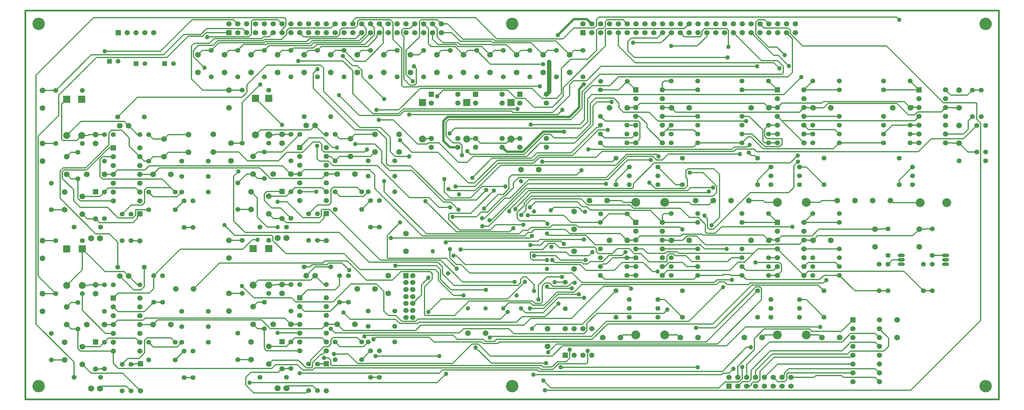
<source format=gbl>
%FSLAX24Y24*%
%MOIN*%
G70*
G01*
G75*
G04 Layer_Physical_Order=4*
G04 Layer_Color=16711680*
%ADD10R,0.0236X0.0866*%
%ADD11R,0.0866X0.0236*%
%ADD12C,0.0120*%
%ADD13C,0.0250*%
%ADD14C,0.0500*%
%ADD15C,0.0200*%
%ADD16O,0.0787X0.0394*%
%ADD17C,0.0650*%
%ADD18C,0.0650*%
%ADD19C,0.0591*%
%ADD20R,0.0591X0.0591*%
%ADD21R,0.0600X0.0600*%
%ADD22C,0.0600*%
%ADD23C,0.0532*%
%ADD24R,0.0532X0.0532*%
%ADD25C,0.0550*%
%ADD26R,0.0787X0.0787*%
%ADD27C,0.0787*%
%ADD28C,0.0700*%
%ADD29R,0.0591X0.0591*%
%ADD30C,0.0591*%
%ADD31C,0.1000*%
%ADD32C,0.0551*%
%ADD33O,0.0787X0.0394*%
%ADD34C,0.1405*%
%ADD35C,0.0500*%
D12*
X96000Y2500D02*
X96500Y2000D01*
X92400Y2500D02*
X96000D01*
X92200Y2700D02*
X92400Y2500D01*
X89340Y2700D02*
X92200D01*
X89140Y2500D02*
X89340Y2700D01*
X86500Y2500D02*
X89140D01*
X96040Y3460D02*
X96500Y3000D01*
X86247Y3460D02*
X96040D01*
X85787Y3000D02*
X86247Y3460D01*
X85787Y2787D02*
Y3000D01*
X85500Y2500D02*
X85787Y2787D01*
X86100Y3000D02*
X93500D01*
X86040Y2940D02*
X86100Y3000D01*
X86040Y2250D02*
Y2940D01*
X85790Y2000D02*
X86040Y2250D01*
X85000Y2000D02*
X85790D01*
X84500Y2500D02*
X85000Y2000D01*
Y4000D02*
X93500D01*
X83500Y2500D02*
X85000Y4000D01*
X96500Y8000D02*
X97560Y6940D01*
Y6000D02*
Y6940D01*
X97015Y5455D02*
X97560Y6000D01*
X93250Y5455D02*
X97015D01*
X92925Y5130D02*
X93250Y5455D01*
X84400Y5130D02*
X92925D01*
X82500Y3230D02*
X84400Y5130D01*
X82500Y2500D02*
Y3230D01*
X96045Y7455D02*
X96500Y7000D01*
X93250Y7455D02*
X96045D01*
X92305Y6510D02*
X93250Y7455D01*
X84080Y6510D02*
X92305D01*
X81500Y3930D02*
X84080Y6510D01*
X81500Y2500D02*
Y3930D01*
X93250Y4750D02*
X93500Y5000D01*
X84600Y4750D02*
X93250D01*
X83000Y3150D02*
X84600Y4750D01*
X83000Y2210D02*
Y3150D01*
X82750Y1960D02*
X83000Y2210D01*
X82240Y1960D02*
X82750D01*
X82030Y1750D02*
X82240Y1960D01*
X82030Y1625D02*
Y1750D01*
X81905Y1500D02*
X82030Y1625D01*
X81500Y1500D02*
X81905D01*
X96045Y6455D02*
X96500Y6000D01*
X93250Y6455D02*
X96045D01*
X92295Y5500D02*
X93250Y6455D01*
X84190Y5500D02*
X92295D01*
X82000Y3310D02*
X84190Y5500D01*
X82000Y2250D02*
Y3310D01*
X81750Y2000D02*
X82000Y2250D01*
X81000Y2000D02*
X81750D01*
X80500Y1500D02*
X81000Y2000D01*
X28540Y42960D02*
X29000Y42500D01*
X25750Y42960D02*
X28540D01*
X25540Y42750D02*
X25750Y42960D01*
X25540Y41330D02*
Y42750D01*
X25250Y41040D02*
X25540Y41330D01*
X20600Y41040D02*
X25250D01*
X20550Y40990D02*
X20600Y41040D01*
X63690Y16260D02*
X64090Y16660D01*
X61520Y16260D02*
X63690D01*
X61120Y16660D02*
X61520Y16260D01*
X57110Y16660D02*
X61120D01*
X57070Y16620D02*
X57110Y16660D01*
X57070Y16000D02*
Y16620D01*
Y16000D02*
X57320Y15750D01*
X58940D01*
X24540Y41960D02*
X25000Y41500D01*
X20490Y41960D02*
X24540D01*
X19837Y41308D02*
X20490Y41960D01*
X17928Y41308D02*
X19837D01*
X15610Y38990D02*
X17928Y41308D01*
X7452Y38990D02*
X15610D01*
X3429Y34967D02*
X7452Y38990D01*
X1929Y34967D02*
X3429D01*
X23540Y42960D02*
X24000Y42500D01*
X18850Y42960D02*
X23540D01*
X15290Y39400D02*
X18850Y42960D01*
X8980Y39400D02*
X15290D01*
X1929Y28967D02*
X3429D01*
X81620Y28560D02*
X81845Y28785D01*
X80111Y28560D02*
X81620D01*
X79836Y28285D02*
X80111Y28560D01*
X63605Y28285D02*
X79836D01*
X63600Y28280D02*
X63605Y28285D01*
X59130Y12560D02*
X61750D01*
X58940Y12750D02*
X59130Y12560D01*
X50354Y21060D02*
X52934Y23640D01*
X48000Y21060D02*
X50354D01*
X47860Y20920D02*
X48000Y21060D01*
X47860Y20375D02*
Y20920D01*
Y20375D02*
X49065Y19170D01*
X52540D01*
X53140Y19770D01*
X56260D01*
X56280Y19750D01*
X86860Y26430D02*
X87315Y26885D01*
X86860Y24000D02*
Y26430D01*
X86270Y23410D02*
X86860Y24000D01*
X81926Y23410D02*
X86270D01*
X77766Y19250D02*
X81926Y23410D01*
X77306Y19250D02*
X77766D01*
X77090Y19466D02*
X77306Y19250D01*
X77090Y19466D02*
Y20440D01*
X76750Y20780D02*
X77090Y20440D01*
X60200Y11490D02*
X63150D01*
X58520Y9810D02*
X60200Y11490D01*
X56500Y9810D02*
X58520D01*
X56000Y10310D02*
X56500Y9810D01*
X86420Y26760D02*
X87270Y27610D01*
X71060Y26760D02*
X86420D01*
X68700Y24400D02*
X71060Y26760D01*
X68700Y24000D02*
Y24400D01*
X68549Y23849D02*
X68700Y24000D01*
X56608Y23849D02*
X68549D01*
X52339Y19580D02*
X56608Y23849D01*
X51640Y19580D02*
X52339D01*
X55399Y29533D02*
X55876D01*
X55340Y29474D02*
X55399Y29533D01*
X54876Y29474D02*
X55340D01*
X54393Y28990D02*
X54876Y29474D01*
X51419Y28990D02*
X54393D01*
X50876Y29533D02*
X51419Y28990D01*
X50399Y29533D02*
X50876D01*
X50340Y29474D02*
X50399Y29533D01*
X49876Y29474D02*
X50340D01*
X54500Y11360D02*
X56450Y13310D01*
X47005Y11360D02*
X54500D01*
X45535Y9890D02*
X47005Y11360D01*
X44763Y12953D02*
X45560Y13750D01*
X44763Y11826D02*
Y12953D01*
X43787Y10850D02*
X44763Y11826D01*
X67440Y16280D02*
X67820Y16660D01*
X65960Y16280D02*
X67440D01*
X65270Y15590D02*
X65960Y16280D01*
X63810Y15590D02*
X65270D01*
X63560Y15340D02*
X63810Y15590D01*
X63030Y15340D02*
X63560D01*
X62870Y15500D02*
X63030Y15340D01*
X59800Y15500D02*
X62870D01*
X59550Y15750D02*
X59800Y15500D01*
X83000Y42500D02*
X83460Y42040D01*
X86170D01*
X86460Y41750D01*
Y41389D02*
Y41750D01*
Y41389D02*
X87839Y40010D01*
X97310D01*
X103750Y33570D01*
X107420D01*
X107500Y33490D01*
Y31690D02*
Y33490D01*
Y31690D02*
X107940Y31250D01*
Y8930D02*
Y31250D01*
X100050Y1040D02*
X107940Y8930D01*
X58728Y1040D02*
X100050D01*
X64610Y33670D02*
X66250D01*
X64130Y33190D02*
X64610Y33670D01*
X64130Y31060D02*
Y33190D01*
X62060Y28990D02*
X64130Y31060D01*
X58155Y28990D02*
X62060D01*
X56673Y27507D02*
X58155Y28990D01*
X50607Y27507D02*
X56673D01*
X49940Y26840D02*
X50607Y27507D01*
X48940Y26840D02*
X49940D01*
X46740Y29040D02*
X48940Y26840D01*
X45540Y29040D02*
X46740D01*
X45410Y28910D02*
X45540Y29040D01*
X44300Y28910D02*
X45410D01*
X41570Y31640D02*
X44300Y28910D01*
X39930Y31640D02*
X41570D01*
X23000Y18000D02*
X24500D01*
X23000Y12000D02*
X24500D01*
X73980Y19500D02*
X74241Y19239D01*
X62480Y19500D02*
X73980D01*
X62240Y19740D02*
X62480Y19500D01*
X59580Y19740D02*
X62240D01*
X59290Y19450D02*
X59580Y19740D01*
X57140Y19450D02*
X59290D01*
X56820Y19130D02*
X57140Y19450D01*
X56200Y19130D02*
X56820D01*
X55800Y18730D02*
X56200Y19130D01*
X45340Y18730D02*
X55800D01*
X40560Y23510D02*
X45340Y18730D01*
X40560Y23510D02*
Y24687D01*
X38040Y36500D02*
X40560Y33980D01*
X38040Y36500D02*
Y37220D01*
X37500Y37760D02*
X38040Y37220D01*
X36980Y37760D02*
X37500D01*
X35870Y38870D02*
X36980Y37760D01*
X58760Y9370D02*
X60230Y10840D01*
X56130Y9370D02*
X58760D01*
X55480Y8720D02*
X56130Y9370D01*
X44467Y8720D02*
X55480D01*
X44343Y8596D02*
X44467Y8720D01*
X42320Y8596D02*
X44343D01*
X41846Y9070D02*
X42320Y8596D01*
X36705Y9070D02*
X41846D01*
X35955Y9820D02*
X36705Y9070D01*
X27540Y41040D02*
X28000Y41500D01*
X26920Y41040D02*
X27540D01*
X26700Y40820D02*
X26920Y41040D01*
X21342Y40820D02*
X26700D01*
X20803Y40280D02*
X21342Y40820D01*
X19070Y40280D02*
X20803D01*
X18790Y40000D02*
X19070Y40280D01*
X18790Y36260D02*
Y40000D01*
Y36260D02*
X20050Y35000D01*
X24500Y33590D02*
X26540Y35630D01*
X24500Y29000D02*
Y33590D01*
X23250Y29000D02*
X24500D01*
X34540Y42040D02*
X35000Y42500D01*
X29830Y42040D02*
X34540D01*
X29540Y41750D02*
X29830Y42040D01*
X29540Y41320D02*
Y41750D01*
X28960Y40740D02*
X29540Y41320D01*
X27017Y40740D02*
X28960D01*
X26877Y40600D02*
X27017Y40740D01*
X21780Y40600D02*
X26877D01*
X21230Y40050D02*
X21780Y40600D01*
X19560Y40050D02*
X21230D01*
X19010Y39500D02*
X19560Y40050D01*
X19010Y38750D02*
Y39500D01*
Y38750D02*
X20240Y37520D01*
X25330Y1910D02*
X46560D01*
X47560Y2910D01*
X57260Y7990D02*
X57760Y8490D01*
X62946D01*
X66741Y12285D01*
X37500Y24000D02*
X38000Y23500D01*
X34810Y24000D02*
X37500D01*
X34560Y23750D02*
X34810Y24000D01*
X34560Y22250D02*
Y23750D01*
X34310Y22000D02*
X34560Y22250D01*
X33000Y22000D02*
X34310D01*
X32000Y21000D02*
X33000Y22000D01*
X17152Y5940D02*
X17679Y6467D01*
X14457Y5940D02*
X17152D01*
X13929Y6467D02*
X14457Y5940D01*
X17152Y22940D02*
X17679Y23467D01*
X14457Y22940D02*
X17152D01*
X13929Y23467D02*
X14457Y22940D01*
X8750Y27467D02*
X9929D01*
X8440Y27157D02*
X8750Y27467D01*
X8440Y25240D02*
Y27157D01*
Y25240D02*
X8750Y24930D01*
X15467D01*
X13490Y23700D02*
X13740Y23950D01*
X13490Y22250D02*
Y23700D01*
X13240Y22000D02*
X13490Y22250D01*
X11962Y22000D02*
X13240D01*
X10929Y20967D02*
X11962Y22000D01*
X38220Y5970D02*
X38750Y6500D01*
X35530Y5970D02*
X38220D01*
X35000Y6500D02*
X35530Y5970D01*
X38220Y22970D02*
X38750Y23500D01*
X35530Y22970D02*
X38220D01*
X35000Y23500D02*
X35530Y22970D01*
X34720Y28490D02*
X35220D01*
X33620Y29590D02*
X34720Y28490D01*
X32090Y29590D02*
X33620D01*
X31000Y28500D02*
X32090Y29590D01*
X98741Y24785D02*
X100241Y26285D01*
X98741Y24285D02*
Y24785D01*
X102491Y16285D02*
X103991D01*
X99991Y36034D02*
Y36035D01*
X79500Y2960D02*
X80000Y3460D01*
X78830Y2960D02*
X79500D01*
X78650Y2780D02*
X78830Y2960D01*
X57420Y2780D02*
X78650D01*
X96991Y30035D02*
X97991Y31035D01*
X99991Y30035D02*
X100991D01*
X98000Y22250D02*
X101126D01*
X97750Y22500D02*
X98000Y22250D01*
X99991Y29035D02*
X100991D01*
X97991Y15785D02*
X98991D01*
X97491Y15285D02*
X97991Y15785D01*
X88990Y36035D02*
X88991D01*
X87991Y35036D02*
X88990Y36035D01*
X87991Y35035D02*
Y35036D01*
Y35035D02*
X91991D01*
X87991Y30035D02*
X88991D01*
X87991Y32035D02*
X91991D01*
X87991Y20035D02*
X91991D01*
X88990Y21035D02*
X88991D01*
X87991Y20036D02*
X88990Y21035D01*
X87991Y20035D02*
Y20036D01*
X91546Y15480D02*
X91991Y15035D01*
X88436Y15480D02*
X91546D01*
X87991Y15035D02*
X88436Y15480D01*
X87991Y17035D02*
X91991D01*
X91486Y30540D02*
X91991Y30035D01*
X88486Y30540D02*
X91486D01*
X87991Y31035D02*
X88486Y30540D01*
X88241Y26285D02*
X90241Y24285D01*
X87491Y26285D02*
X88241D01*
X89715Y7285D02*
X90000Y7000D01*
X88241Y7285D02*
X89715D01*
X88241Y11285D02*
X90241Y9285D01*
X87491Y11285D02*
X88241D01*
X82741Y24785D02*
X84241Y26285D01*
X82741Y24285D02*
Y24785D01*
X83335Y29232D02*
X83532Y29035D01*
X83335Y29232D02*
Y30482D01*
X81783Y32035D02*
X83335Y30482D01*
X80991Y32035D02*
X81783D01*
X83991Y21034D02*
Y21035D01*
X79795Y16035D02*
X80991D01*
X79350Y15590D02*
X79795Y16035D01*
X75300Y15590D02*
X79350D01*
X74630Y16260D02*
X75300Y15590D01*
X73430Y16260D02*
X74630D01*
X73219Y16471D02*
X73430Y16260D01*
X72750Y16471D02*
X73219D01*
X72500Y16221D02*
X72750Y16471D01*
X72500Y15580D02*
Y16221D01*
X72490Y15570D02*
X72500Y15580D01*
X70470Y15570D02*
X72490D01*
X69540Y16500D02*
X70470Y15570D01*
X68801Y16500D02*
X69540D01*
X68230Y17071D02*
X68801Y16500D01*
X66895Y17071D02*
X68230D01*
X66325Y16500D02*
X66895Y17071D01*
X64750Y16500D02*
X66325D01*
X64500Y16750D02*
X64750Y16500D01*
X64500Y16750D02*
Y17070D01*
X64330Y17240D02*
X64500Y17070D01*
X61510Y17240D02*
X64330D01*
X61430Y17160D02*
X61510Y17240D01*
X60352Y17160D02*
X61430D01*
X59852Y17660D02*
X60352Y17160D01*
X59155Y17660D02*
X59852D01*
X58465Y16970D02*
X59155Y17660D01*
X49190Y16970D02*
X58465D01*
X83991Y16035D02*
X84991D01*
X80991Y15035D02*
X81436Y14590D01*
X84546D01*
X84991Y15035D01*
X83535Y7285D02*
X84991D01*
X83250Y7000D02*
X83535Y7285D01*
X83991Y14035D02*
X84991D01*
X85450Y14494D01*
Y15250D01*
X85190Y15510D02*
X85450Y15250D01*
X82516Y15510D02*
X85190D01*
X83991Y36034D02*
Y36035D01*
Y31035D02*
X84991D01*
X83555Y30599D02*
X83991Y31035D01*
X83555Y29750D02*
Y30599D01*
Y29750D02*
X83805Y29500D01*
X85450D01*
X85500Y29450D01*
Y28860D02*
Y29450D01*
X85220Y28580D02*
X85500Y28860D01*
X83574Y28580D02*
X85220D01*
X82118Y30035D02*
X83574Y28580D01*
X80991Y30035D02*
X82118D01*
X83991D02*
X84991D01*
X83585Y22285D02*
X84991D01*
X83370Y22500D02*
X83585Y22285D01*
X81750Y22500D02*
X83370D01*
X72207Y36035D02*
X72991D01*
X71991Y35819D02*
X72207Y36035D01*
X71991Y35035D02*
Y35819D01*
Y35035D02*
X75991D01*
X75546Y30480D02*
X75991Y30035D01*
X72436Y30480D02*
X75546D01*
X71991Y30035D02*
X72436Y30480D01*
X72990Y31035D02*
X72991D01*
X71991Y30036D02*
X72990Y31035D01*
X71991Y30035D02*
Y30036D01*
Y32035D02*
X75991D01*
X57000Y21730D02*
X57630Y22360D01*
X62364D01*
X62929Y21795D01*
X63445D01*
X63800Y21440D01*
X68391D01*
X68426Y21405D01*
X70621D01*
X71991Y20035D01*
X72207Y21035D02*
X72991D01*
X71991Y20819D02*
X72207Y21035D01*
X71991Y20035D02*
Y20819D01*
Y20035D02*
X75991D01*
X74710Y15035D02*
X75991D01*
X74265Y15480D02*
X74710Y15035D01*
X72720Y15480D02*
X74265D01*
X72275Y15035D02*
X72720Y15480D01*
X71991Y15035D02*
X72275D01*
X71991Y17035D02*
X75991D01*
X77265Y22015D02*
X77750Y22500D01*
X75265Y22015D02*
X77265D01*
X74995Y22285D02*
X75265Y22015D01*
X72241Y22285D02*
X74995D01*
X73491Y24285D02*
X74241D01*
X71491Y26285D02*
X73491Y24285D01*
X73715Y7285D02*
X74000Y7000D01*
X72241Y7285D02*
X73715D01*
X72241Y11285D02*
X74241Y9285D01*
X71491Y11285D02*
X72241D01*
X66741Y24785D02*
X68241Y26285D01*
X66741Y24285D02*
Y24785D01*
X56790Y20840D02*
X60840D01*
X61645Y20035D01*
X64991D01*
X68965D02*
X68991D01*
X68000Y21000D02*
X68965Y20035D01*
X65956Y21000D02*
X68000D01*
X64991Y20035D02*
X65956Y21000D01*
X65691Y15335D02*
X66392Y16035D01*
X65291Y15335D02*
X65691D01*
X64991Y15035D02*
X65291Y15335D01*
X67991Y15035D02*
X68991D01*
X67535Y7285D02*
X68991D01*
X67250Y7000D02*
X67535Y7285D01*
X67991Y14035D02*
X68991D01*
X68965Y35035D02*
X68991D01*
X68000Y36000D02*
X68965Y35035D01*
X67035D02*
X68000Y36000D01*
X64991Y35035D02*
X67035D01*
X64712Y30756D02*
X64991Y31035D01*
X64529Y30756D02*
X64712D01*
X61669Y27897D02*
X64529Y30756D01*
X57820Y27897D02*
X61669D01*
X57210Y27287D02*
X57820Y27897D01*
X52719Y27287D02*
X57210D01*
X50500Y25068D02*
X52719Y27287D01*
X67991Y31035D02*
X68991D01*
X64991Y30035D02*
X65436Y29590D01*
X68546D01*
X68991Y30035D01*
X67585Y22285D02*
X68991D01*
X67370Y22500D02*
X67585Y22285D01*
X65750Y22500D02*
X67370D01*
X67991Y29035D02*
X68991D01*
X69450Y29494D01*
Y31290D01*
X69250Y31490D02*
X69450Y31290D01*
X65536Y31490D02*
X69250D01*
X64991Y32035D02*
X65536Y31490D01*
X17920Y5467D02*
X17929D01*
X16929Y4477D02*
X17920Y5467D01*
X16929Y4467D02*
Y4477D01*
X17929Y2467D02*
X18929D01*
X17920Y22467D02*
X17929D01*
X16929Y21477D02*
X17920Y22467D01*
X16929Y21467D02*
Y21477D01*
X17929Y19467D02*
X18929D01*
X38000Y4500D02*
X39000Y5500D01*
Y2500D02*
X40000D01*
X38000Y21500D02*
X39000Y22500D01*
Y19500D02*
X40000D01*
X26250Y11000D02*
X27000D01*
X25750Y10500D02*
X26250Y11000D01*
X24000Y4500D02*
X25500D01*
X30970Y7530D02*
X31000Y7500D01*
X28500Y7530D02*
X30970D01*
X28220Y12941D02*
X28279Y13000D01*
X27500Y12941D02*
X28220D01*
X33600Y5100D02*
X34000Y5500D01*
X33410Y5100D02*
X33600D01*
X32449Y4139D02*
X33410Y5100D01*
X32449Y3667D02*
Y4139D01*
X32346Y3564D02*
X32449Y3667D01*
X31736Y3564D02*
X32346D01*
X30860Y4440D02*
X31736Y3564D01*
X27940Y4440D02*
X30860D01*
X27500Y4000D02*
X27940Y4440D01*
X33540Y6960D02*
X34000Y6500D01*
X30460Y6960D02*
X33540D01*
X27500Y6000D02*
X29500D01*
X32470Y1530D02*
X33000Y1000D01*
X29780Y1530D02*
X32470D01*
X29500Y1250D02*
X29780Y1530D01*
X67000Y39987D02*
Y41500D01*
Y39987D02*
X68896Y38091D01*
X84589D01*
X85220Y37460D01*
X81490Y5900D02*
X81970D01*
X78766Y3176D02*
X81490Y5900D01*
X58014Y3176D02*
X78766D01*
X57870Y3320D02*
X58014Y3176D01*
X47150Y3320D02*
X57870D01*
X46790Y2960D02*
X47150Y3320D01*
X31000Y2960D02*
X46790D01*
X32750Y15000D02*
X34500D01*
X31750Y14000D02*
X32750Y15000D01*
X25750Y8500D02*
X26250Y8000D01*
X27000D01*
X27250Y5500D02*
X31000D01*
X27000Y5750D02*
X27250Y5500D01*
X27000Y5750D02*
Y8000D01*
X33750Y13000D02*
X34000D01*
X32750Y14000D02*
X33750Y13000D01*
X32260Y13510D02*
X32750Y14000D01*
X26319Y13510D02*
X32260D01*
X25750Y12941D02*
X26319Y13510D01*
X33750Y30000D02*
X34000D01*
X32750Y31000D02*
X33750Y30000D01*
X32260Y30510D02*
X32750Y31000D01*
X26569Y30510D02*
X32260D01*
X26000Y29941D02*
X26569Y30510D01*
X26000Y34059D02*
X29000Y31059D01*
X28220Y29941D02*
X28279Y30000D01*
X27500Y29941D02*
X28220D01*
X33748Y20783D02*
X34000Y21035D01*
X33748Y20500D02*
Y20783D01*
X33248Y20000D02*
X33748Y20500D01*
X29465Y20000D02*
X33248D01*
X29000Y20465D02*
X29465Y20000D01*
X27500Y21000D02*
X28035Y20465D01*
X29000D01*
X33540Y23960D02*
X34000Y23500D01*
X30460Y23960D02*
X33540D01*
X27500Y23000D02*
X29500D01*
X27330Y19500D02*
X28500D01*
X26200Y20630D02*
X27330Y19500D01*
X26200Y20630D02*
Y22800D01*
X25500Y23500D02*
X26200Y22800D01*
X24000Y21500D02*
X25500D01*
X26250Y25000D02*
X27000D01*
X25750Y25500D02*
X26250Y25000D01*
X25000Y25500D02*
X25750D01*
X24000Y24500D02*
X25000Y25500D01*
X86000Y41500D02*
X86690Y40810D01*
Y37000D02*
Y40810D01*
X86170Y36480D02*
X86690Y37000D01*
X67010Y36480D02*
X86170D01*
X66040Y35510D02*
X67010Y36480D01*
X64060Y35510D02*
X66040D01*
X63190Y34640D02*
X64060Y35510D01*
X63190Y31630D02*
Y34640D01*
X62670Y31110D02*
X63190Y31630D01*
X57100Y31110D02*
X62670D01*
X42700Y32860D02*
X55600D01*
X42180Y32340D02*
X42700Y32860D01*
X39270Y32340D02*
X42180D01*
X37010Y34600D02*
X39270Y32340D01*
X37010Y34600D02*
Y37180D01*
X35880Y38310D02*
X37010Y37180D01*
X30830Y38310D02*
X35880D01*
X29000Y28000D02*
X31000Y30000D01*
X25750Y27500D02*
X26250Y28000D01*
X34000Y27500D02*
X34500D01*
X35000Y27000D01*
X39000Y27500D02*
X39500Y28000D01*
X35000Y27000D02*
X35500Y27500D01*
X35784Y15436D02*
X36600Y14620D01*
X34286Y15436D02*
X35784D01*
X34070Y15220D02*
X34286Y15436D01*
X32390Y15220D02*
X34070D01*
X32170Y15000D02*
X32390Y15220D01*
X31500Y15000D02*
X32170D01*
X5179Y10967D02*
X5929D01*
X4679Y10467D02*
X5179Y10967D01*
X2929Y4467D02*
X4429D01*
X7140Y12908D02*
X7199Y12967D01*
X6429Y12908D02*
X7140D01*
X9053Y7467D02*
X9929D01*
X6429Y10091D02*
X9053Y7467D01*
X6429Y10091D02*
Y11967D01*
X16179Y27967D02*
X18429D01*
X15679Y27467D02*
X16179Y27967D01*
X14429Y27467D02*
X15679D01*
X13929Y26967D02*
X14429Y27467D01*
X13429Y26967D02*
X13929D01*
X11750Y28647D02*
Y29600D01*
X10900Y30450D02*
X11750Y29600D01*
X9750Y30450D02*
X10900D01*
X9430Y30130D02*
X9750Y30450D01*
X9430Y28780D02*
Y30130D01*
X6860Y26210D02*
X9430Y28780D01*
X4288Y26210D02*
X6860D01*
X3940Y25862D02*
X4288Y26210D01*
X3940Y22750D02*
Y25862D01*
Y22750D02*
X7960Y18730D01*
X9500D01*
X10429Y17801D01*
Y14967D02*
Y17801D01*
X11005Y2960D02*
X13000Y965D01*
X7437Y2960D02*
X11005D01*
X6429Y3967D02*
X7437Y2960D01*
X12467Y6930D02*
X12929Y6467D01*
X9392Y6930D02*
X12467D01*
X6429Y5967D02*
X8429D01*
X11397Y1500D02*
X11929Y967D01*
X8712Y1500D02*
X11397D01*
X8429Y1217D02*
X8712Y1500D01*
X63540Y4160D02*
Y5490D01*
X63420Y4040D02*
X63540Y4160D01*
X60250Y4040D02*
X63420D01*
X59606Y3396D02*
X60250Y4040D01*
X58234Y3396D02*
X59606D01*
X58070Y3560D02*
X58234Y3396D01*
X32670Y3560D02*
X58070D01*
X32450Y3340D02*
X32670Y3560D01*
X31330Y3340D02*
X32450D01*
X30730Y3940D02*
X31330Y3340D01*
X28280Y3940D02*
X30730D01*
X27850Y3510D02*
X28280Y3940D01*
X10500Y3510D02*
X27850D01*
X9929Y4081D02*
X10500Y3510D01*
X9929Y4081D02*
Y5467D01*
X13429Y12750D02*
Y14967D01*
X13089Y12410D02*
X13429Y12750D01*
X12237Y12410D02*
X13089D01*
X10679Y13967D02*
X12237Y12410D01*
X4679Y8467D02*
X5179Y7967D01*
X5929D01*
Y5750D02*
Y7967D01*
Y5750D02*
X6212Y5467D01*
X9929D01*
X12679Y12967D02*
X12929D01*
X12679Y29967D02*
X12929D01*
X6281Y31460D02*
X11187D01*
X4679Y29858D02*
X6281Y31460D01*
X7090Y29858D02*
X7199Y29967D01*
X6379Y29858D02*
X7090D01*
X4120Y33417D02*
X4679Y33976D01*
X4120Y29430D02*
Y33417D01*
Y29430D02*
X4250Y29300D01*
X5821D01*
X6379Y29858D01*
X12677Y20751D02*
X12929Y21003D01*
X12677Y20489D02*
Y20751D01*
X12168Y19980D02*
X12677Y20489D01*
X8381Y19980D02*
X12168D01*
X7929Y20432D02*
X8381Y19980D01*
X6429Y20967D02*
X6965Y20432D01*
X7929D01*
X12467Y23930D02*
X12929Y23467D01*
X9392Y23930D02*
X12467D01*
X6429Y22967D02*
X8429D01*
X5179Y27967D02*
X5929D01*
X4679Y27467D02*
X5179Y27967D01*
X60170Y32230D02*
X60690Y32750D01*
X43370Y32230D02*
X60170D01*
X41780Y27480D02*
X43370D01*
X41240Y28020D02*
X41780Y27480D01*
X41240Y28020D02*
Y29660D01*
X40140Y30760D02*
X41240Y29660D01*
X37810Y30760D02*
X40140D01*
X33720Y34850D02*
X37810Y30760D01*
X33720Y34850D02*
Y37500D01*
X33390Y37830D02*
X33720Y37500D01*
X27290Y37830D02*
X33390D01*
X25060Y35600D02*
X27290Y37830D01*
X25060Y34770D02*
Y35600D01*
X24500Y34210D02*
X25060Y34770D01*
X12672Y34210D02*
X24500D01*
X10429Y31967D02*
X12672Y34210D01*
X6212Y22467D02*
X9929D01*
X5929Y22750D02*
X6212Y22467D01*
X5929Y22750D02*
Y24967D01*
X4679Y25467D02*
X5179Y24967D01*
X5929D01*
X2929Y21467D02*
X4429D01*
X46749Y21730D02*
X48000D01*
X45639Y22840D02*
X46749Y21730D01*
X43400Y22840D02*
X45639D01*
X39780Y26460D02*
X43400Y22840D01*
X34750Y26460D02*
X39780D01*
X34250Y26960D02*
X34750Y26460D01*
X33250Y26960D02*
X34250D01*
X32990Y27220D02*
X33250Y26960D01*
X32990Y27220D02*
Y28710D01*
X77000Y41064D02*
Y41500D01*
X75926Y39990D02*
X77000Y41064D01*
X72990Y39990D02*
X75926D01*
X68052Y27090D02*
X70670D01*
X65837Y24874D02*
X68052Y27090D01*
X56878Y24874D02*
X65837D01*
X54774Y22770D02*
X56878Y24874D01*
X54169Y22770D02*
X54774D01*
X51899Y20500D02*
X54169Y22770D01*
X51600Y20500D02*
X51899D01*
X70510Y24540D02*
X71201Y23849D01*
X74500D01*
X74819Y24169D01*
Y24951D01*
X74660Y25110D02*
X74819Y24951D01*
X74660Y25110D02*
Y25885D01*
X74875Y26100D01*
X77810D01*
X78460Y25450D01*
Y20580D02*
Y25450D01*
X77560Y19680D02*
X78460Y20580D01*
X53710Y9110D02*
X54500Y9900D01*
X44380Y9110D02*
X53710D01*
X44086Y8816D02*
X44380Y9110D01*
X42540Y8816D02*
X44086D01*
X41866Y9490D02*
X42540Y8816D01*
X41000Y9490D02*
X41866D01*
X40500Y9990D02*
X41000Y9490D01*
X40500Y9990D02*
Y12240D01*
X39670Y13070D02*
X40500Y12240D01*
X36800Y13070D02*
X39670D01*
X34770Y11040D02*
X36800Y13070D01*
X30540Y11040D02*
X34770D01*
X30080Y11500D02*
X30540Y11040D01*
X25810Y11500D02*
X30080D01*
X24470Y12840D02*
X25810Y11500D01*
X37316Y40816D02*
X38000Y41500D01*
X32124Y40816D02*
X37316D01*
X31799Y40490D02*
X32124Y40816D01*
X27097Y40490D02*
X31799D01*
X26985Y40378D02*
X27097Y40490D01*
X21878Y40378D02*
X26985D01*
X21000Y39500D02*
X21878Y40378D01*
X20000Y39500D02*
X21000D01*
X19500Y39000D02*
X20000Y39500D01*
X66366Y26910D02*
X66741Y27285D01*
X58420Y26910D02*
X66366D01*
X44490Y35430D02*
X58150D01*
X44410Y35350D02*
X44490Y35430D01*
X42680Y35350D02*
X44410D01*
X42540Y35490D02*
X42680Y35350D01*
X42540Y35490D02*
Y39727D01*
X41540Y40727D02*
X42540Y39727D01*
X41540Y40727D02*
Y42670D01*
X41250Y42960D02*
X41540Y42670D01*
X37750Y42960D02*
X41250D01*
X37540Y42750D02*
X37750Y42960D01*
X37540Y42330D02*
Y42750D01*
X37250Y42040D02*
X37540Y42330D01*
X35830Y42040D02*
X37250D01*
X35540Y41750D02*
X35830Y42040D01*
X35540Y41330D02*
Y41750D01*
X35250Y41040D02*
X35540Y41330D01*
X31460Y41040D02*
X35250D01*
X31000Y41500D02*
X31460Y41040D01*
X25630Y18050D02*
X26240D01*
X24580Y17000D02*
X25630Y18050D01*
X17500Y17000D02*
X24580D01*
X14500Y14000D02*
X17500Y17000D01*
X14500Y12520D02*
Y14000D01*
X14000Y12020D02*
X14500Y12520D01*
X10482Y12020D02*
X14000D01*
X9929Y11467D02*
X10482Y12020D01*
X75190Y23960D02*
X77700D01*
X74859Y23629D02*
X75190Y23960D01*
X56878Y23629D02*
X74859D01*
X54690Y21441D02*
X56878Y23629D01*
X54690Y21290D02*
Y21441D01*
X77085Y23385D02*
X77230Y23530D01*
X57160Y23385D02*
X77085D01*
X55370Y21595D02*
X57160Y23385D01*
X55370Y21520D02*
Y21595D01*
X63000Y21220D02*
X63260D01*
X62480Y21740D02*
X63000Y21220D01*
X59730Y21740D02*
X62480D01*
X59370Y21380D02*
X59730Y21740D01*
X60455Y15750D02*
X63310D01*
X59955Y16250D02*
X60455Y15750D01*
X57480Y16250D02*
X59955D01*
X38000Y42500D02*
X38500Y42000D01*
Y41336D02*
Y42000D01*
X37760Y40596D02*
X38500Y41336D01*
X32446Y40596D02*
X37760D01*
X32120Y40270D02*
X32446Y40596D01*
X27317Y40270D02*
X32120D01*
X27205Y40158D02*
X27317Y40270D01*
X24658Y40158D02*
X27205D01*
X24000Y39500D02*
X24658Y40158D01*
X48370Y11770D02*
X49500D01*
X46674Y13466D02*
X48370Y11770D01*
X46674Y13466D02*
Y14327D01*
X46322Y14680D02*
X46674Y14327D01*
X37806Y14680D02*
X46322D01*
X35996Y16490D02*
X37806Y14680D01*
X29470Y16490D02*
X35996D01*
X27990Y17970D02*
X29470Y16490D01*
X27990Y17970D02*
Y18440D01*
X27860Y18570D02*
X27990Y18440D01*
X23660Y18570D02*
X27860D01*
X22510Y19720D02*
X23660Y18570D01*
X22500Y39000D02*
X23000Y39500D01*
X24000D01*
X48102Y12380D02*
X52030D01*
X46910Y13572D02*
X48102Y12380D01*
X46910Y13572D02*
Y14680D01*
X46470Y15120D02*
X46910Y14680D01*
X41810Y15120D02*
X46470D01*
X37876Y40376D02*
X39000Y41500D01*
X32564Y40376D02*
X37876D01*
X32229Y40040D02*
X32564Y40376D01*
X27540Y40040D02*
X32229D01*
X27000Y39500D02*
X27540Y40040D01*
X26000Y39500D02*
X27000D01*
X25500Y39000D02*
X26000Y39500D01*
X49390Y13310D02*
X55280D01*
X46950Y15750D02*
X49390Y13310D01*
X40116Y15750D02*
X46950D01*
X34375Y21491D02*
X40116Y15750D01*
X33545Y21491D02*
X34375D01*
X33440Y21386D02*
X33545Y21491D01*
X33440Y20750D02*
Y21386D01*
X33254Y20564D02*
X33440Y20750D01*
X31376Y20564D02*
X33254D01*
X29590Y22350D02*
X31376Y20564D01*
X28510Y22350D02*
X29590D01*
X39000Y42500D02*
X39460Y42040D01*
Y41250D02*
Y42040D01*
X38366Y40156D02*
X39460Y41250D01*
X32946Y40156D02*
X38366D01*
X32560Y39770D02*
X32946Y40156D01*
X30270Y39770D02*
X32560D01*
X30000Y39500D02*
X30270Y39770D01*
X29000Y39500D02*
X30000D01*
X28500Y39000D02*
X29000Y39500D01*
X39756Y41256D02*
X40000Y41500D01*
X39756Y40982D02*
Y41256D01*
X38710Y39936D02*
X39756Y40982D01*
X33436Y39936D02*
X38710D01*
X33000Y39500D02*
X33436Y39936D01*
X32000Y39500D02*
X33000D01*
X31500Y39000D02*
X32000Y39500D01*
X40900Y18560D02*
X42360Y20020D01*
X40900Y16000D02*
Y18560D01*
Y16000D02*
X40930Y15970D01*
X47570D01*
X48750Y14790D01*
X70870Y14450D02*
X71450D01*
X69820Y15500D02*
X70870Y14450D01*
X67440Y15500D02*
X69820D01*
X66530Y14590D02*
X67440Y15500D01*
X63340Y14590D02*
X66530D01*
X62680Y15250D02*
X63340Y14590D01*
X49704Y15250D02*
X62680D01*
X48704Y16250D02*
X49704Y15250D01*
X48390Y16250D02*
X48704D01*
X61740Y13210D02*
X62070D01*
X61340Y12810D02*
X61740Y13210D01*
X59610Y12810D02*
X61340D01*
X59250Y13170D02*
X59610Y12810D01*
X58750Y13170D02*
X59250D01*
X58401Y12821D02*
X58750Y13170D01*
X58401Y11000D02*
Y12821D01*
X58271Y10870D02*
X58401Y11000D01*
X57580Y10870D02*
X58271D01*
X57310Y11140D02*
X57580Y10870D01*
X50160Y11140D02*
X57310D01*
X48500Y9480D02*
X50160Y11140D01*
X45250Y9480D02*
X48500D01*
X45120Y9610D02*
X45250Y9480D01*
X45120Y9610D02*
Y12730D01*
X45970Y13580D01*
Y14250D01*
X45760Y14460D02*
X45970Y14250D01*
X42430Y14460D02*
X45760D01*
X41480Y13510D02*
X42430Y14460D01*
X38536Y13510D02*
X41480D01*
X36390Y15656D02*
X38536Y13510D01*
X33844Y15656D02*
X36390D01*
X33629Y15440D02*
X33844Y15656D01*
X21940Y15440D02*
X33629D01*
X19000Y12500D02*
X21940Y15440D01*
X29000Y41500D02*
Y41820D01*
X29460Y42280D01*
Y43030D01*
X29300Y43190D02*
X29460Y43030D01*
X7700Y43190D02*
X29300D01*
X1220Y36710D02*
X7700Y43190D01*
X1220Y8500D02*
Y36710D01*
Y8500D02*
X5500Y4220D01*
Y2500D02*
Y4220D01*
X71850Y40350D02*
X73000Y41500D01*
X68673Y40350D02*
X71850D01*
X58140Y18100D02*
X63110D01*
X57950Y17910D02*
X58140Y18100D01*
X47680Y17910D02*
X57950D01*
X47520Y17750D02*
X47680Y17910D01*
X1929Y17967D02*
X3429D01*
X20450Y41500D02*
X23000D01*
X20038Y41087D02*
X20450Y41500D01*
X18398Y41087D02*
X20038D01*
X16010Y38700D02*
X18398Y41087D01*
X8060Y38700D02*
X16010D01*
X3780Y34420D02*
X8060Y38700D01*
X3780Y32130D02*
Y34420D01*
X1440Y29790D02*
X3780Y32130D01*
X1440Y13957D02*
Y29790D01*
Y13957D02*
X3429Y11967D01*
X1929D02*
X3429D01*
X81390Y8190D02*
X89800D01*
X79250Y6050D02*
X81390Y8190D01*
X60675Y6050D02*
X79250D01*
X59535Y4910D02*
X60675Y6050D01*
X52540Y4910D02*
X59535D01*
X51180Y6270D02*
X52540Y4910D01*
X50480Y6270D02*
X51180D01*
X48270Y4060D02*
X50480Y6270D01*
X37560Y4060D02*
X48270D01*
X36490Y5130D02*
X37560Y4060D01*
X34880Y5130D02*
X36490D01*
X54720Y18950D02*
X55130Y19360D01*
X48700Y18950D02*
X54720D01*
X45220Y22430D02*
X48700Y18950D01*
X44876Y29474D02*
X45340D01*
X45399Y29533D01*
X45876D01*
X74460Y41960D02*
X75000Y42500D01*
X65650Y41960D02*
X74460D01*
X65540Y41850D02*
X65650Y41960D01*
X65540Y40010D02*
Y41850D01*
X60790Y35260D02*
X65540Y40010D01*
X60790Y34290D02*
Y35260D01*
X59570Y33070D02*
X60790Y34290D01*
X57490Y33070D02*
X59570D01*
X56490Y34070D02*
X57490Y33070D01*
X55430Y34070D02*
X56490D01*
X54510Y34990D02*
X55430Y34070D01*
X47220Y34990D02*
X54510D01*
X46530Y34300D02*
X47220Y34990D01*
X98440Y43260D02*
X98740Y42960D01*
X64800Y43260D02*
X98440D01*
X64540Y43000D02*
X64800Y43260D01*
X64540Y42320D02*
Y43000D01*
X64250Y42030D02*
X64540Y42320D01*
X61970Y42030D02*
X64250D01*
X60730Y40790D02*
X61970Y42030D01*
X53290Y40790D02*
X60730D01*
X50870Y43210D02*
X53290Y40790D01*
X37369Y43210D02*
X50870D01*
X37000Y42841D02*
X37369Y43210D01*
X37000Y42500D02*
Y42841D01*
X71330Y27720D02*
X71560Y27490D01*
X67950Y27720D02*
X71330D01*
X66730Y26500D02*
X67950Y27720D01*
X53723Y26500D02*
X66730D01*
X50838Y23615D02*
X53723Y26500D01*
X47995Y23615D02*
X50838D01*
X47812Y23798D02*
X47995Y23615D01*
X89585Y12941D02*
X90241Y12285D01*
X82085Y12941D02*
X89585D01*
X77665Y8520D02*
X82085Y12941D01*
X65800Y8520D02*
X77665D01*
X64060Y6780D02*
X65800Y8520D01*
X53260Y6780D02*
X64060D01*
X53050Y6570D02*
X53260Y6780D01*
X51970Y6570D02*
X53050D01*
X51760Y6780D02*
X51970Y6570D01*
X48810Y6780D02*
X51760D01*
X48330Y7260D02*
X48810Y6780D01*
X38450Y7260D02*
X48330D01*
X38310Y7120D02*
X38450Y7260D01*
X62320Y25400D02*
X62850Y25930D01*
X55000Y25400D02*
X62320D01*
X54660Y25060D02*
X55000Y25400D01*
X54660Y23835D02*
Y25060D01*
X54035Y23210D02*
X54660Y23835D01*
X53460Y23210D02*
X54035D01*
X51860Y21610D02*
X53460Y23210D01*
X76946Y6490D02*
X82741Y12285D01*
X53560Y6490D02*
X76946D01*
X53410Y6340D02*
X53560Y6490D01*
X51740Y6340D02*
X53410D01*
X51580Y6500D02*
X51740Y6340D01*
X46180Y6500D02*
X51580D01*
X45640Y7040D02*
X46180Y6500D01*
X39610Y7040D02*
X45640D01*
X39360Y6790D02*
X39610Y7040D01*
X72130Y9740D02*
X72550Y10160D01*
X64610Y9740D02*
X72130D01*
X63460Y8590D02*
X64610Y9740D01*
X63460Y7750D02*
Y8590D01*
X63140Y7430D02*
X63460Y7750D01*
X55200Y7430D02*
X63140D01*
X54640Y7990D02*
X55200Y7430D01*
X49520Y7990D02*
X54640D01*
X49060Y7530D02*
X49520Y7990D01*
X34980Y7530D02*
X49060D01*
X34510Y8000D02*
X34980Y7530D01*
X35500Y12880D02*
Y14000D01*
X35000Y12380D02*
X35500Y12880D01*
X31880Y12380D02*
X35000D01*
X31000Y11500D02*
X31880Y12380D01*
X60180Y11910D02*
X62540D01*
X58580Y10310D02*
X60180Y11910D01*
X57000Y10310D02*
X58580D01*
X80000Y41500D02*
X83170Y38330D01*
X85000D01*
X85630Y37700D01*
Y36930D02*
Y37700D01*
X85500Y36800D02*
X85630Y36930D01*
X64918Y36800D02*
X85500D01*
X62910Y34792D02*
X64918Y36800D01*
X62910Y32934D02*
Y34792D01*
X61636Y31660D02*
X62910Y32934D01*
X47833Y31660D02*
X61636D01*
X47550Y31377D02*
X47833Y31660D01*
X47550Y29780D02*
Y31377D01*
Y29780D02*
X48300Y29030D01*
X49060D01*
X49340Y28750D01*
Y27640D02*
Y28750D01*
X75790Y8110D02*
X77930D01*
X82541Y12721D01*
X83000D01*
X83177Y12544D01*
Y11247D02*
Y12544D01*
X78200Y6270D02*
X83177Y11247D01*
X60020Y6270D02*
X78200D01*
X59070Y5320D02*
X60020Y6270D01*
X37500Y39000D02*
X38000Y39500D01*
X39000D01*
X48080Y22340D02*
X48950Y21470D01*
X47230Y22340D02*
X48080D01*
X43690Y25880D02*
X47230Y22340D01*
X41162Y25880D02*
X43690D01*
X40292Y26750D02*
X41162Y25880D01*
X40292Y26750D02*
Y28108D01*
X39510Y28890D02*
X40292Y28108D01*
X37290Y28890D02*
X39510D01*
X40000Y42500D02*
X40460Y42040D01*
Y40290D02*
Y42040D01*
X38440Y38270D02*
X40460Y40290D01*
X37230Y38270D02*
X38440D01*
X36000Y39500D02*
X37230Y38270D01*
X34500Y39000D02*
X35000Y39500D01*
X36000D01*
X44500Y39000D02*
X45000Y39500D01*
X43500Y39000D02*
X44500D01*
X41000Y39500D02*
X42000D01*
X40500Y39000D02*
X41000Y39500D01*
X39570Y4880D02*
X46780D01*
X23560Y25250D02*
X24090Y25780D01*
X23560Y20160D02*
Y25250D01*
Y20160D02*
X24832Y18888D01*
X35472D01*
X38830Y15530D01*
X46580D01*
X47130Y14980D01*
Y14210D02*
Y14980D01*
Y14210D02*
X48440Y12900D01*
X55690D01*
X55990Y13200D01*
Y13600D01*
X56250Y13860D01*
X56620D01*
X57480Y13000D01*
Y12250D02*
Y13000D01*
X91991Y29035D02*
X96991D01*
X91316Y28360D02*
X91991Y29035D01*
X83340Y28360D02*
X91316D01*
X82005Y29695D02*
X83340Y28360D01*
X81651Y29695D02*
X82005D01*
X80991Y29035D02*
X81651Y29695D01*
X91991Y14035D02*
X93741Y12285D01*
X75991Y29035D02*
X80991D01*
X75526Y28570D02*
X75991Y29035D01*
X65456Y28570D02*
X75526D01*
X64991Y29035D02*
X65456Y28570D01*
X90235Y14035D02*
X91991D01*
X89750Y13550D02*
X90235Y14035D01*
X81476Y13550D02*
X89750D01*
X80991Y14035D02*
X81476Y13550D01*
X79705Y14035D02*
X80991D01*
X79620Y14120D02*
X79705Y14035D01*
X78885Y14120D02*
X79620D01*
X78800Y14035D02*
X78885Y14120D01*
X75991Y14035D02*
X78800D01*
X75536Y13580D02*
X75991Y14035D01*
X65446Y13580D02*
X75536D01*
X64991Y14035D02*
X65446Y13580D01*
X71991Y33035D02*
X72470D01*
X72505Y33000D01*
X73000D01*
X73490Y32510D01*
X87466D01*
X87991Y33035D01*
X88396D01*
X88431Y33000D01*
X90220D02*
X90705Y33485D01*
X98480D01*
X99775Y32190D01*
X100480D01*
X100830Y32540D01*
X103496D01*
X103991Y33035D01*
X104755Y33000D02*
X105500D01*
X104720Y33035D02*
X104755Y33000D01*
X103991Y33035D02*
X104720D01*
X101755Y19285D02*
X102491D01*
X101720Y19250D02*
X101755Y19285D01*
X101000Y19250D02*
X101720D01*
X100290Y18540D02*
X101000Y19250D01*
X89540Y18540D02*
X100290D01*
X89000Y18000D02*
X89540Y18540D01*
X88505Y18000D02*
X89000D01*
X88470Y18035D02*
X88505Y18000D01*
X87991Y18035D02*
X88470D01*
X87526Y17570D02*
X87991Y18035D01*
X84670Y17570D02*
X87526D01*
X84590Y17490D02*
X84670Y17570D01*
X76847Y17490D02*
X84590D01*
X75852Y18485D02*
X76847Y17490D01*
X74750Y18485D02*
X75852D01*
X74265Y18000D02*
X74750Y18485D01*
X72470Y18035D02*
X72505Y18000D01*
X71991Y18035D02*
X72470D01*
X68210Y12780D02*
X68450Y12540D01*
X65356Y12780D02*
X68210D01*
X61726Y9150D02*
X65356Y12780D01*
X57100Y9150D02*
X61726D01*
X56350Y8400D02*
X57100Y9150D01*
X44687Y8400D02*
X56350D01*
X44097Y7810D02*
X44687Y8400D01*
X35940Y7810D02*
X44097D01*
X35250Y8500D02*
X35940Y7810D01*
X34000Y25500D02*
X35250D01*
X34000Y8500D02*
X35250D01*
X12929Y25467D02*
X14429D01*
X12929Y8467D02*
X14429D01*
X100496Y31540D02*
X100991Y32035D01*
X101491Y12285D02*
X102491D01*
X99276Y14500D02*
X101491Y12285D01*
X88456Y14500D02*
X99276D01*
X87991Y14035D02*
X88456Y14500D01*
X70235Y30791D02*
X71991Y29035D01*
X70235Y30791D02*
Y31185D01*
X69385Y32035D02*
X70235Y31185D01*
X68991Y32035D02*
X69385D01*
X71991Y14035D02*
X72536Y14580D01*
X79600D01*
X80550Y15530D01*
X81275D01*
X73647Y16691D02*
X73797Y16540D01*
X72476Y16691D02*
X73647D01*
X72325Y16540D02*
X72476Y16691D01*
X70310Y16540D02*
X72325D01*
X69815Y17035D02*
X70310Y16540D01*
X68991Y17035D02*
X69815D01*
X84991D02*
X87991Y14035D01*
X100440Y33035D02*
X100991D01*
X100000Y33000D02*
X100238Y33238D01*
X99295Y33705D02*
X100000Y33000D01*
X90165Y33705D02*
X99295D01*
X90000Y33540D02*
X90165Y33705D01*
X85496Y33540D02*
X90000D01*
X84991Y33035D02*
X85496Y33540D01*
X96755Y19285D02*
X97491D01*
X96720Y19250D02*
X96755Y19285D01*
X88900Y18500D02*
X89650Y19250D01*
X85456Y18500D02*
X88900D01*
X84991Y18035D02*
X85456Y18500D01*
X84440Y33035D02*
X84991D01*
X84000Y33000D02*
X84237Y33238D01*
X84440Y18035D02*
X84991D01*
X84000Y18000D02*
X84237Y18238D01*
X83500Y33500D02*
X84000Y33000D01*
X69456Y33500D02*
X83500D01*
X68991Y33035D02*
X69456Y33500D01*
X68000Y33000D02*
X68470D01*
X68505Y33035D01*
X68991D01*
X83420Y18580D02*
X84000Y18000D01*
X76541Y18580D02*
X83420D01*
X76416Y18705D02*
X76541Y18580D01*
X74295Y18705D02*
X76416D01*
X74090Y18500D02*
X74295Y18705D01*
X69456Y18500D02*
X74090D01*
X68991Y18035D02*
X69456Y18500D01*
X68505Y18035D02*
X68991D01*
X68470Y18000D02*
X68505Y18035D01*
X68000Y18000D02*
X68470D01*
X67235Y18765D02*
X68000Y18000D01*
X61510Y18765D02*
X67235D01*
X61055Y19220D02*
X61510Y18765D01*
X57510Y19220D02*
X61055D01*
X57200Y18910D02*
X57510Y19220D01*
X56820Y18910D02*
X57200D01*
X56420Y18510D02*
X56820Y18910D01*
X44840Y18510D02*
X56420D01*
X39480Y23870D02*
X44840Y18510D01*
X39480Y23870D02*
Y25430D01*
X38900Y26010D02*
X39480Y25430D01*
X31510Y26010D02*
X38900D01*
X31000Y25500D02*
X31510Y26010D01*
X30000Y25500D02*
X31000D01*
X29087Y26413D02*
X30000Y25500D01*
X13993Y26413D02*
X29087D01*
X13540Y25960D02*
X13993Y26413D01*
X10422Y25960D02*
X13540D01*
X9929Y25467D02*
X10422Y25960D01*
X8929Y25467D02*
X9929D01*
X30000Y8500D02*
X31000D01*
X29295Y9205D02*
X30000Y8500D01*
X13535Y9205D02*
X29295D01*
X13300Y8970D02*
X13535Y9205D01*
X10432Y8970D02*
X13300D01*
X9929Y8467D02*
X10432Y8970D01*
X8929Y8467D02*
X9929D01*
X16179Y29967D02*
X18429D01*
X15679Y29467D02*
X16179Y29967D01*
X14429Y29467D02*
X15679D01*
X13929Y29967D02*
X14429Y29467D01*
X37250Y30000D02*
X39500D01*
X36750Y29500D02*
X37250Y30000D01*
X35500Y29500D02*
X36750D01*
X35000Y30000D02*
X35500Y29500D01*
X106500Y28000D02*
X107500D01*
X105500Y29000D02*
X106500Y28000D01*
X104755Y29000D02*
X105500D01*
X104720Y29035D02*
X104755Y29000D01*
X103991Y29035D02*
X104720D01*
X27295Y23535D02*
X29000D01*
X27010Y23250D02*
X27295Y23535D01*
X27010Y22500D02*
Y23250D01*
Y22500D02*
X27860Y21650D01*
X28850D01*
X30000Y20500D01*
X33515Y17965D02*
X34000D01*
X33480Y18000D02*
X33515Y17965D01*
X33000Y18000D02*
X33480D01*
X29515Y3500D02*
X30000D01*
X29480Y3465D02*
X29515Y3500D01*
X29000Y3465D02*
X29480D01*
X28585Y3050D02*
X29000Y3465D01*
X25470Y3050D02*
X28585D01*
X24920Y2500D02*
X25470Y3050D01*
X24920Y1620D02*
Y2500D01*
Y1620D02*
X25800Y740D01*
X31740D01*
X32000Y1000D01*
X33360Y4035D02*
X34000D01*
X33325Y4000D02*
X33360Y4035D01*
X33000Y4000D02*
X33325D01*
X12445Y17932D02*
X12929D01*
X12410Y17967D02*
X12445Y17932D01*
X11929Y17967D02*
X12410D01*
X8445Y3467D02*
X8929D01*
X8410Y3432D02*
X8445Y3467D01*
X7929Y3432D02*
X8410D01*
X12393Y4035D02*
X13000D01*
X12325Y3967D02*
X12393Y4035D01*
X11929Y3967D02*
X12325D01*
X16437Y6960D02*
X16929Y6467D01*
X13750Y6960D02*
X16437D01*
X13490Y6700D02*
X13750Y6960D01*
X13490Y5250D02*
Y6700D01*
X12863Y4623D02*
X13490Y5250D01*
X11585Y4623D02*
X12863D01*
X10929Y3967D02*
X11585Y4623D01*
X37500Y7000D02*
X38000Y6500D01*
X34810Y7000D02*
X37500D01*
X34560Y6750D02*
X34810Y7000D01*
X34560Y6250D02*
Y6750D01*
X34265Y5955D02*
X34560Y6250D01*
X33750Y5955D02*
X34265D01*
X32254Y4459D02*
X33750Y5955D01*
X32254Y4254D02*
Y4459D01*
X32000Y4000D02*
X32254Y4254D01*
X35500Y11000D02*
X36500D01*
X34460Y9960D02*
X35500Y11000D01*
X31540Y9960D02*
X34460D01*
X31000Y10500D02*
X31540Y9960D01*
X103991Y35035D02*
X104586Y34440D01*
X106440D01*
X107000Y35000D01*
X108000D01*
X106010Y29510D02*
X107500Y31000D01*
X102390Y29510D02*
X106010D01*
X100901Y28021D02*
X102390Y29510D01*
X82638Y28021D02*
X100901D01*
X82319Y28340D02*
X82638Y28021D01*
X80331Y28340D02*
X82319D01*
X80056Y28065D02*
X80331Y28340D01*
X65165Y28065D02*
X80056D01*
X64507Y27408D02*
X65165Y28065D01*
X58107Y27408D02*
X64507D01*
X57419Y26720D02*
X58107Y27408D01*
X53450Y26720D02*
X57419D01*
X50810Y24080D02*
X53450Y26720D01*
X48620Y24080D02*
X50810D01*
X106530Y31530D02*
X107000Y32000D01*
X106530Y30565D02*
Y31530D01*
X106000Y30035D02*
X106530Y30565D01*
X103991Y30035D02*
X106000D01*
X14500Y11000D02*
X15500D01*
X13430Y9930D02*
X14500Y11000D01*
X10467Y9930D02*
X13430D01*
X9929Y10467D02*
X10467Y9930D01*
X47000Y39500D02*
X48000D01*
X46500Y39000D02*
X47000Y39500D01*
X57070Y17450D02*
X58230D01*
X58660Y17880D01*
X60560D01*
X60860Y17580D01*
X52560Y37940D02*
X58500D01*
X51000Y39500D02*
X52560Y37940D01*
X45000Y42500D02*
X45540Y41960D01*
Y40250D02*
Y41960D01*
Y40250D02*
X45854Y39936D01*
X48564D01*
X49500Y39000D01*
X50000Y39500D02*
X51000D01*
X49500Y39000D02*
X50000Y39500D01*
X46000Y40756D02*
Y41500D01*
Y40756D02*
X46600Y40156D01*
X48656D01*
X48876Y39936D01*
X51564D01*
X52500Y39000D01*
X53000Y39500D02*
X54000D01*
X52500Y39000D02*
X53000Y39500D01*
X46000Y42500D02*
X46540Y41960D01*
Y41000D02*
Y41960D01*
Y41000D02*
X47164Y40376D01*
X48876D01*
X49096Y40156D01*
X52630D01*
X52656Y40130D01*
X54370D01*
X55500Y39000D01*
X56000Y39500D02*
X57000D01*
X55500Y39000D02*
X56000Y39500D01*
X47000Y41500D02*
X48180D01*
X49160Y40520D01*
X52680D01*
X52850Y40350D01*
X57150D01*
X58500Y39000D01*
X59000Y39500D02*
X60000D01*
X58500Y39000D02*
X59000Y39500D01*
X58930Y13870D02*
X60640D01*
X57990Y12930D02*
X58930Y13870D01*
X57990Y11280D02*
Y12930D01*
X62000Y39500D02*
X63000D01*
X61500Y39000D02*
X62000Y39500D01*
X59930Y40570D02*
X61500Y39000D01*
X53070Y40570D02*
X59930D01*
X52870Y40770D02*
X53070Y40570D01*
X49440Y40770D02*
X52870D01*
X47710Y42500D02*
X49440Y40770D01*
X47000Y42500D02*
X47710D01*
X46540Y42960D02*
X47000Y42500D01*
X44750Y42960D02*
X46540D01*
X44540Y42750D02*
X44750Y42960D01*
X44540Y41010D02*
Y42750D01*
X43010Y39480D02*
X44540Y41010D01*
X43010Y36750D02*
Y39480D01*
Y36750D02*
X43780Y35980D01*
X59820Y13250D02*
X61000D01*
X92210Y7710D02*
X93500Y9000D01*
X88880Y7710D02*
X92210D01*
X88645Y7945D02*
X88880Y7710D01*
X83455Y7945D02*
X88645D01*
X82380Y6870D02*
X83455Y7945D01*
X82380Y5620D02*
Y6870D01*
X80500Y3740D02*
X82380Y5620D01*
X80500Y2500D02*
Y3740D01*
X67540Y42960D02*
X68000Y42500D01*
X65750Y42960D02*
X67540D01*
X65540Y42750D02*
X65750Y42960D01*
X65540Y42180D02*
Y42750D01*
X65320Y41960D02*
X65540Y42180D01*
X64750Y41960D02*
X65320D01*
X64540Y41750D02*
X64750Y41960D01*
X64540Y39491D02*
Y41750D01*
X63559Y38510D02*
X64540Y39491D01*
X61630Y38510D02*
X63559D01*
X60568Y37448D02*
X61630Y38510D01*
X60568Y34638D02*
Y37448D01*
X60000Y34070D02*
X60568Y34638D01*
X58370Y34070D02*
X60000D01*
X57230Y35210D02*
X58370Y34070D01*
X44630Y35210D02*
X57230D01*
X42170Y32750D02*
X44630Y35210D01*
X39680Y32750D02*
X42170D01*
X38340Y27990D02*
X38600Y28250D01*
X33750Y27990D02*
X38340D01*
X33500Y28240D02*
X33750Y27990D01*
X33500Y28240D02*
Y28870D01*
X33250Y29120D02*
X33500Y28870D01*
X32500Y29120D02*
X33250D01*
X31340Y27960D02*
X32500Y29120D01*
X29560Y27960D02*
X31340D01*
X28600Y27000D02*
X29560Y27960D01*
X25120Y27000D02*
X28600D01*
X24120Y28000D02*
X25120Y27000D01*
X21250Y28000D02*
X24120D01*
X35460Y34420D02*
X37760Y32120D01*
X42280D01*
X42800Y32640D01*
X54910D01*
X55100Y32450D01*
X59570D01*
X61510Y34390D01*
Y35620D01*
X61950Y36060D01*
X63440D01*
X65060Y37680D01*
X82690D01*
X81730Y27930D02*
X82050Y27610D01*
X82416D01*
X82741Y27285D01*
X61500Y4665D02*
Y5640D01*
X61095Y4260D02*
X61500Y4665D01*
X60130Y4260D02*
X61095D01*
X59522Y3652D02*
X60130Y4260D01*
X58526Y3652D02*
X59522D01*
X58358Y3820D02*
X58526Y3652D01*
X34620Y3820D02*
X58358D01*
X34510Y3930D02*
X34620Y3820D01*
X34510Y3930D02*
Y4465D01*
X34290Y4685D02*
X34510Y4465D01*
X33755Y4685D02*
X34290D01*
X85720Y34500D02*
X87680Y36460D01*
X64000Y34500D02*
X85720D01*
X63540Y34040D02*
X64000Y34500D01*
X63540Y31420D02*
Y34040D01*
X62820Y30700D02*
X63540Y31420D01*
X48560Y30700D02*
X62820D01*
X47960Y30100D02*
X48560Y30700D01*
X47340Y23450D02*
Y24920D01*
Y23450D02*
X48010Y22780D01*
X50315D01*
X51625Y24090D01*
X54250D01*
X50970Y22560D02*
X52090Y23680D01*
X47440Y22560D02*
X50970D01*
X43560Y26440D02*
X47440Y22560D01*
X41060Y26440D02*
X43560D01*
X40800Y26700D02*
X41060Y26440D01*
X40800Y26700D02*
Y29490D01*
X39790Y30500D02*
X40800Y29490D01*
X37240Y30500D02*
X39790D01*
X32560Y35180D02*
X37240Y30500D01*
X32560Y35180D02*
Y36920D01*
X33010Y37370D01*
X52670Y4080D02*
X58830D01*
X50890Y5860D02*
X52670Y4080D01*
X58560Y2120D02*
X59380Y1300D01*
X78380D01*
X79040Y1960D01*
X80611D01*
X81020Y2369D01*
Y3670D01*
X78170Y13530D02*
X79850D01*
X77860Y13220D02*
X78170Y13530D01*
X62890Y13220D02*
X77860D01*
X61824Y14286D02*
X62890Y13220D01*
X50228Y14286D02*
X61824D01*
X49237Y15277D02*
X50228Y14286D01*
X48703Y15277D02*
X49237D01*
X47980Y16000D02*
X48703Y15277D01*
X47980Y16000D02*
Y16990D01*
X64750Y30490D02*
X65810D01*
X61887Y27627D02*
X64750Y30490D01*
X58016Y27627D02*
X61887D01*
X57456Y27067D02*
X58016Y27627D01*
X53334Y27067D02*
X57456D01*
X50747Y24480D02*
X53334Y27067D01*
X50090Y24480D02*
X50747D01*
X46598Y27972D02*
X50090Y24480D01*
X43678Y27972D02*
X46598D01*
X42330Y29320D02*
X43678Y27972D01*
X56779Y24410D02*
X65600D01*
X52639Y20270D02*
X56779Y24410D01*
X52440Y20270D02*
X52639D01*
X9439Y28467D02*
X9929D01*
X6932Y25960D02*
X9439Y28467D01*
X4385Y25960D02*
X6932D01*
X4190Y25765D02*
X4385Y25960D01*
X4190Y25000D02*
Y25765D01*
Y25000D02*
X5470Y23720D01*
Y22470D02*
Y23720D01*
Y22470D02*
X6220Y21720D01*
X9302D01*
X10490Y20532D01*
X12152D01*
X12474Y20854D01*
Y21458D01*
X12483Y21467D01*
X13929D01*
X54000Y10310D02*
X54610Y10920D01*
X57090D01*
X57360Y10650D01*
X58600D01*
X60080Y12130D01*
X62000D01*
X62870Y13000D01*
X78080D01*
X78390Y13310D01*
X78976D01*
X79296Y12990D01*
X81695D01*
X81865Y13161D01*
X90181D01*
X90510Y13490D01*
X90000Y22500D02*
X91750D01*
X89785Y22285D02*
X90000Y22500D01*
X88241Y22285D02*
X89785D01*
X72661Y27771D02*
X80741D01*
X71970Y27080D02*
X72661Y27771D01*
X71320Y27080D02*
X71970D01*
X70900Y27500D02*
X71320Y27080D01*
X68041Y27500D02*
X70900D01*
X65643Y25102D02*
X68041Y27500D01*
X55732Y25102D02*
X65643D01*
X55130Y24500D02*
X55732Y25102D01*
X55130Y23935D02*
Y24500D01*
X54185Y22990D02*
X55130Y23935D01*
X54052Y22990D02*
X54185D01*
X52243Y21181D02*
X54052Y22990D01*
X51511Y21181D02*
X52243D01*
X50980Y20650D02*
X51511Y21181D01*
X48270Y20650D02*
X50980D01*
X75070Y25660D02*
X76585D01*
X78110Y24135D01*
Y23400D02*
Y24135D01*
X77700Y22990D02*
X78110Y23400D01*
X57130Y22990D02*
X77700D01*
X56370Y22230D02*
X57130Y22990D01*
X56370Y21930D02*
Y22230D01*
X55590Y21150D02*
X56370Y21930D01*
X55590Y20500D02*
Y21150D01*
Y20500D02*
X55890Y20200D01*
X58680D01*
X59020Y19860D01*
X31000Y23500D02*
X32890D01*
X6429Y14658D02*
Y17026D01*
X4679Y12908D02*
X6429Y14658D01*
Y17026D02*
X8996Y14460D01*
X11187D01*
X43910Y37700D02*
X44190Y37420D01*
Y35750D02*
Y37420D01*
X44010Y35570D02*
X44190Y35750D01*
X43440Y35570D02*
X44010D01*
X42790Y36220D02*
X43440Y35570D01*
X42790Y36220D02*
Y41059D01*
X42540Y41309D02*
X42790Y41059D01*
X42540Y41309D02*
Y41750D01*
X42750Y41960D01*
X43460D01*
X44000Y42500D01*
X82000Y41500D02*
X84580Y38920D01*
X85084D01*
X86280Y37724D01*
X60500Y3630D02*
X75970D01*
X71410Y40910D02*
X72000Y41500D01*
X68490Y40910D02*
X71410D01*
X68080Y40500D02*
X68490Y40910D01*
X68080Y39440D02*
Y40500D01*
Y39440D02*
X68821Y38700D01*
X79350D01*
X71490Y31500D02*
X81430D01*
X70490Y32500D02*
X71490Y31500D01*
X67590Y32500D02*
X70490D01*
X67090Y33000D02*
X67590Y32500D01*
X67090Y33000D02*
Y33500D01*
X66510Y34080D02*
X67090Y33500D01*
X64450Y34080D02*
X66510D01*
X63850Y33480D02*
X64450Y34080D01*
X63850Y31130D02*
Y33480D01*
X62300Y29580D02*
X63850Y31130D01*
X59738Y29580D02*
X62300D01*
X59330Y29988D02*
X59738Y29580D01*
X58625Y29988D02*
X59330D01*
X56364Y27727D02*
X58625Y29988D01*
X50283Y27727D02*
X56364D01*
X49930Y28080D02*
X50283Y27727D01*
X56980Y18250D02*
X57230Y18500D01*
X41310Y18250D02*
X56980D01*
X33500Y25000D02*
X34000Y25500D01*
X27690Y25000D02*
X33500D01*
X26497Y26193D02*
X27690Y25000D01*
X15155Y26193D02*
X26497D01*
X14429Y25467D02*
X15155Y26193D01*
X33500Y8000D02*
X34000Y8500D01*
X27690Y8000D02*
X33500D01*
X26705Y8985D02*
X27690Y8000D01*
X14947Y8985D02*
X26705D01*
X14429Y8467D02*
X14947Y8985D01*
X82780Y17035D02*
X84991D01*
X83540Y42960D02*
X84000Y42500D01*
X82809Y42960D02*
X83540D01*
X82540Y42691D02*
X82809Y42960D01*
X82540Y41300D02*
Y42691D01*
Y41300D02*
X83990Y39850D01*
X84940D01*
X85820Y38970D01*
X78670Y19530D02*
X86690D01*
X77940Y18800D02*
X78670Y19530D01*
X77000Y18800D02*
X77940D01*
X76861Y18939D02*
X77000Y18800D01*
X76861Y18939D02*
Y19809D01*
X76080Y20590D02*
X76861Y19809D01*
X75050Y20590D02*
X76080D01*
X74015Y21625D02*
X75050Y20590D01*
X68718Y21625D02*
X74015D01*
X68333Y22010D02*
X68718Y21625D01*
X63660Y22010D02*
X68333D01*
X63650Y22020D02*
X63660Y22010D01*
X63480Y22020D02*
X63650D01*
X62820Y22680D02*
X63480Y22020D01*
X57234Y22680D02*
X62820D01*
X56590Y22036D02*
X57234Y22680D01*
X56590Y21400D02*
Y22036D01*
X56050Y20860D02*
X56590Y21400D01*
X74000Y41500D02*
X74460Y41040D01*
X76250D01*
X76460Y41250D01*
Y41670D01*
X76750Y41960D01*
X79250D01*
X79460Y41750D01*
Y39910D02*
Y41750D01*
X74990Y8840D02*
X78840Y12690D01*
X65680Y8840D02*
X74990D01*
X63980Y7140D02*
X65680Y8840D01*
X52640Y7140D02*
X63980D01*
X52480Y6980D02*
X52640Y7140D01*
X76750Y17020D02*
X79250D01*
X76270Y17500D02*
X76750Y17020D01*
X64380Y17500D02*
X76270D01*
X63335Y18545D02*
X64380Y17500D01*
X59145Y18545D02*
X63335D01*
X58940Y18750D02*
X59145Y18545D01*
X20050Y35000D02*
X23000D01*
X24500D01*
X13740Y23950D02*
X16447D01*
X16929Y23467D01*
X15467Y24930D02*
X16447Y23950D01*
X96991Y35035D02*
X100990D01*
X100991D01*
X99991Y36034D02*
X100990Y35035D01*
X97991Y31035D02*
X99991D01*
X100991D01*
X83532Y29035D02*
X83991D01*
X84991D01*
X80991Y20035D02*
X84990D01*
X84991D01*
X83991Y21034D02*
X84990Y20035D01*
X80991Y35035D02*
X84990D01*
X84991D01*
X83991Y36034D02*
X84990Y35035D01*
X66392Y16035D02*
X67991D01*
X68991D01*
X28279Y13000D02*
X29000D01*
X30000D01*
X29500Y6000D02*
X30000Y6500D01*
X30460Y6960D01*
X28279Y30000D02*
X29000D01*
X30000D01*
X29500Y23000D02*
X30000Y23500D01*
X30460Y23960D01*
X26250Y28000D02*
X27000D01*
X29000D01*
X35500Y27500D02*
X36750D01*
X39000D01*
X7199Y12967D02*
X7929D01*
X8929D01*
X12929Y27467D02*
X13429Y26967D01*
X11750Y28647D02*
X12929Y27467D01*
X8429Y5967D02*
X8929Y6467D01*
X9392Y6930D01*
X11679Y13967D02*
X12679Y12967D01*
X11187Y14460D02*
X11679Y13967D01*
Y30967D02*
X12679Y29967D01*
X11187Y31460D02*
X11679Y30967D01*
X7199Y29967D02*
X7929D01*
X8929D01*
X8429Y22967D02*
X8929Y23467D01*
X9392Y23930D01*
X93741Y12285D02*
X96491D01*
X97491D01*
X72505Y18000D02*
X73000D01*
X74265D01*
X88431Y33000D02*
X89000D01*
X90220D01*
X73797Y16540D02*
X82285D01*
X81275Y15530D02*
X82285Y16540D01*
X82780Y17035D01*
X85486Y31540D02*
X100496D01*
X85486D02*
X87991Y29035D01*
X84991Y32035D02*
X85486Y31540D01*
X84237Y18238D02*
X84440Y18035D01*
X89650Y19250D02*
X96000D01*
X96720D01*
X84237Y33238D02*
X84440Y33035D01*
X100238Y33238D02*
X100440Y33035D01*
D13*
X63460Y43040D02*
X64000Y42500D01*
X61990Y43040D02*
X63460D01*
X60170Y41220D02*
X61990Y43040D01*
X62580Y35110D02*
X63120Y35650D01*
X62580Y33015D02*
Y35110D01*
X61510Y31945D02*
X62580Y33015D01*
X47705Y31945D02*
X61510D01*
X47260Y31500D02*
X47705Y31945D01*
X47260Y29260D02*
Y31500D01*
Y29260D02*
X47987Y28533D01*
X48876D01*
X58500Y30280D02*
X60890D01*
X56232Y28012D02*
X58500Y30280D01*
X54397Y28012D02*
X56232D01*
X53876Y28533D02*
X54397Y28012D01*
D14*
X59180Y34836D02*
Y38210D01*
X58876Y34533D02*
X59180Y34836D01*
D15*
X0Y0D02*
Y44000D01*
X110000D01*
Y0D02*
Y44000D01*
X0Y0D02*
X110000D01*
D16*
X103991Y15285D02*
D03*
Y15785D02*
D03*
Y16285D02*
D03*
X98991Y15285D02*
D03*
Y15785D02*
D03*
D17*
X39500Y28000D02*
D03*
Y30000D02*
D03*
X18429Y27967D02*
D03*
Y29967D02*
D03*
X61500Y39000D02*
D03*
Y37000D02*
D03*
X58500Y39000D02*
D03*
Y37000D02*
D03*
X55500Y39000D02*
D03*
Y37000D02*
D03*
X52500Y39000D02*
D03*
Y37000D02*
D03*
X49500Y39000D02*
D03*
Y37000D02*
D03*
X46500Y39000D02*
D03*
Y37000D02*
D03*
X95750Y22500D02*
D03*
X97750D02*
D03*
X81250Y7000D02*
D03*
X83250D02*
D03*
X105500Y31000D02*
D03*
Y29000D02*
D03*
X92000Y7000D02*
D03*
X90000D02*
D03*
X65250D02*
D03*
X67250D02*
D03*
X79750Y22500D02*
D03*
X81750D02*
D03*
X63750D02*
D03*
X65750D02*
D03*
X76000Y7000D02*
D03*
X74000D02*
D03*
X93750Y22500D02*
D03*
X91750D02*
D03*
X75750D02*
D03*
X77750D02*
D03*
X105500Y35000D02*
D03*
Y33000D02*
D03*
X101000Y17250D02*
D03*
Y19250D02*
D03*
X98500Y7000D02*
D03*
Y9000D02*
D03*
X98000Y33000D02*
D03*
X100000D02*
D03*
X96000Y17250D02*
D03*
Y19250D02*
D03*
X91000Y18000D02*
D03*
X89000D02*
D03*
X91000Y33000D02*
D03*
X89000D02*
D03*
X82000Y18000D02*
D03*
X84000D02*
D03*
X82000Y33000D02*
D03*
X84000D02*
D03*
X75000Y18000D02*
D03*
X73000D02*
D03*
X75000Y33000D02*
D03*
X73000D02*
D03*
X66000Y18000D02*
D03*
X68000D02*
D03*
X66000Y33000D02*
D03*
X68000D02*
D03*
X62000Y14750D02*
D03*
Y16750D02*
D03*
Y19250D02*
D03*
Y21250D02*
D03*
X59000Y6000D02*
D03*
Y8000D02*
D03*
X58000Y26000D02*
D03*
X56000D02*
D03*
X52000Y7500D02*
D03*
X50000D02*
D03*
X43000Y18750D02*
D03*
X41000Y12000D02*
D03*
Y14000D02*
D03*
X42250Y30000D02*
D03*
Y28000D02*
D03*
X37500Y12500D02*
D03*
X39500D02*
D03*
X37250Y8500D02*
D03*
X35250D02*
D03*
X37250Y25500D02*
D03*
X35250D02*
D03*
X28000Y8500D02*
D03*
X30000D02*
D03*
X28000Y25500D02*
D03*
X30000D02*
D03*
X23000Y10000D02*
D03*
Y12000D02*
D03*
Y16000D02*
D03*
Y18000D02*
D03*
X23250Y27000D02*
D03*
Y29000D02*
D03*
X23000Y33000D02*
D03*
Y35000D02*
D03*
X21250Y30000D02*
D03*
Y28000D02*
D03*
X17000Y12500D02*
D03*
X19000D02*
D03*
X16429Y8467D02*
D03*
X14429D02*
D03*
X16429Y25467D02*
D03*
X14429D02*
D03*
X6929Y8467D02*
D03*
X8929D02*
D03*
X6929Y25467D02*
D03*
X8929D02*
D03*
X1929Y9967D02*
D03*
Y11967D02*
D03*
Y15967D02*
D03*
Y17967D02*
D03*
Y26967D02*
D03*
Y28967D02*
D03*
Y32967D02*
D03*
Y34967D02*
D03*
X6429Y3967D02*
D03*
Y5967D02*
D03*
X4679Y10467D02*
D03*
Y8467D02*
D03*
X7929Y12967D02*
D03*
Y11967D02*
D03*
X36750Y29500D02*
D03*
X15679Y29467D02*
D03*
X7929Y28967D02*
D03*
X29000Y29000D02*
D03*
Y12000D02*
D03*
X40500Y39000D02*
D03*
X43500D02*
D03*
X34500D02*
D03*
X37500D02*
D03*
X19500Y37000D02*
D03*
X22500D02*
D03*
X25500D02*
D03*
X28500D02*
D03*
X31500D02*
D03*
X34500D02*
D03*
X37500D02*
D03*
X40500D02*
D03*
X43500D02*
D03*
X31500Y39000D02*
D03*
X28500D02*
D03*
X25500D02*
D03*
X22500D02*
D03*
X19500D02*
D03*
X4429Y21467D02*
D03*
Y23467D02*
D03*
X4679Y25467D02*
D03*
X10679Y30967D02*
D03*
X4679Y27467D02*
D03*
X6429Y22967D02*
D03*
Y20967D02*
D03*
X7929Y29967D02*
D03*
X11679Y30967D02*
D03*
Y13967D02*
D03*
X10679D02*
D03*
X15679Y27467D02*
D03*
X4429Y4467D02*
D03*
Y6467D02*
D03*
X36750Y27500D02*
D03*
X25750D02*
D03*
X31750Y31000D02*
D03*
X25750Y25500D02*
D03*
X25500Y21500D02*
D03*
Y23500D02*
D03*
X27500Y23000D02*
D03*
Y21000D02*
D03*
X29000Y30000D02*
D03*
X32750Y31000D02*
D03*
Y14000D02*
D03*
X31750D02*
D03*
X25750Y8500D02*
D03*
X27500Y6000D02*
D03*
Y4000D02*
D03*
X29000Y13000D02*
D03*
X25500Y4500D02*
D03*
Y6500D02*
D03*
X25750Y10500D02*
D03*
D18*
X43000Y16750D02*
D03*
D19*
X96500Y2000D02*
D03*
Y3000D02*
D03*
Y4000D02*
D03*
Y5000D02*
D03*
Y6000D02*
D03*
Y7000D02*
D03*
Y8000D02*
D03*
Y9000D02*
D03*
X93500Y2000D02*
D03*
Y3000D02*
D03*
Y4000D02*
D03*
Y5000D02*
D03*
Y6000D02*
D03*
Y7000D02*
D03*
Y8000D02*
D03*
X50876Y33533D02*
D03*
X53876Y34533D02*
D03*
Y28533D02*
D03*
X50876Y29533D02*
D03*
Y28533D02*
D03*
X53876Y33533D02*
D03*
Y29533D02*
D03*
X100991Y34035D02*
D03*
Y31035D02*
D03*
Y30035D02*
D03*
Y29035D02*
D03*
X103991Y33035D02*
D03*
Y32035D02*
D03*
Y31035D02*
D03*
Y30035D02*
D03*
Y29035D02*
D03*
X100991Y32035D02*
D03*
Y33035D02*
D03*
X103991Y34035D02*
D03*
Y35035D02*
D03*
X62000Y8000D02*
D03*
X61000D02*
D03*
X63000D02*
D03*
X64000Y5000D02*
D03*
X63000D02*
D03*
X62000D02*
D03*
X64000Y8000D02*
D03*
X34000Y5500D02*
D03*
Y6500D02*
D03*
X31000Y9500D02*
D03*
Y5500D02*
D03*
Y6500D02*
D03*
Y10500D02*
D03*
X34000Y7500D02*
D03*
X31000D02*
D03*
X34000Y10500D02*
D03*
Y9500D02*
D03*
Y8500D02*
D03*
X31000D02*
D03*
X34000Y11500D02*
D03*
X9929Y10467D02*
D03*
X12929D02*
D03*
X34000Y28500D02*
D03*
X12929Y28467D02*
D03*
X34000Y23500D02*
D03*
Y22500D02*
D03*
X31000D02*
D03*
Y23500D02*
D03*
Y24500D02*
D03*
Y26500D02*
D03*
Y27500D02*
D03*
X12929Y11467D02*
D03*
Y9467D02*
D03*
Y6467D02*
D03*
Y5467D02*
D03*
X9929D02*
D03*
Y6467D02*
D03*
Y7467D02*
D03*
Y9467D02*
D03*
X12929Y23467D02*
D03*
Y22467D02*
D03*
X9929D02*
D03*
Y23467D02*
D03*
Y24467D02*
D03*
Y26467D02*
D03*
Y27467D02*
D03*
X55876Y29533D02*
D03*
X58876D02*
D03*
Y33533D02*
D03*
X55876Y28533D02*
D03*
X45876D02*
D03*
X48876Y33533D02*
D03*
Y29533D02*
D03*
X9929Y25467D02*
D03*
Y8467D02*
D03*
X31000Y25500D02*
D03*
X68991Y18035D02*
D03*
Y33035D02*
D03*
X84991Y18035D02*
D03*
Y33035D02*
D03*
X68991Y17035D02*
D03*
X71991Y14035D02*
D03*
X68991Y32035D02*
D03*
X71991Y29035D02*
D03*
X84991Y17035D02*
D03*
X87991Y14035D02*
D03*
X84991Y32035D02*
D03*
X87991Y29035D02*
D03*
X12929Y25467D02*
D03*
Y8467D02*
D03*
X34000Y25500D02*
D03*
X71991Y18035D02*
D03*
Y33035D02*
D03*
X87991Y18035D02*
D03*
Y33035D02*
D03*
X58876Y28533D02*
D03*
X12929Y24467D02*
D03*
Y26467D02*
D03*
Y7467D02*
D03*
X34000Y24500D02*
D03*
Y26500D02*
D03*
X58876Y34533D02*
D03*
X45876Y29533D02*
D03*
X48876Y28533D02*
D03*
Y34533D02*
D03*
X12929Y27467D02*
D03*
X34000Y27500D02*
D03*
X68991Y29035D02*
D03*
Y30035D02*
D03*
Y31035D02*
D03*
Y34035D02*
D03*
Y14035D02*
D03*
Y15035D02*
D03*
Y16035D02*
D03*
Y19035D02*
D03*
X71991Y16035D02*
D03*
Y31035D02*
D03*
Y17035D02*
D03*
Y15035D02*
D03*
Y19035D02*
D03*
Y20035D02*
D03*
Y32035D02*
D03*
Y30035D02*
D03*
Y34035D02*
D03*
Y35035D02*
D03*
X84991Y30035D02*
D03*
Y31035D02*
D03*
Y34035D02*
D03*
Y14035D02*
D03*
Y15035D02*
D03*
Y16035D02*
D03*
Y19035D02*
D03*
Y29035D02*
D03*
X87991Y16035D02*
D03*
Y31035D02*
D03*
Y17035D02*
D03*
Y15035D02*
D03*
Y19035D02*
D03*
Y20035D02*
D03*
Y32035D02*
D03*
Y30035D02*
D03*
Y34035D02*
D03*
Y35035D02*
D03*
X45876Y33533D02*
D03*
X55876D02*
D03*
D20*
X93500Y9000D02*
D03*
X50876Y34533D02*
D03*
X100991Y35035D02*
D03*
X61000Y5000D02*
D03*
X31000Y11500D02*
D03*
Y28500D02*
D03*
X9929Y11467D02*
D03*
Y28467D02*
D03*
X55876Y34533D02*
D03*
X45876D02*
D03*
X68991Y35035D02*
D03*
Y20035D02*
D03*
X84991Y35035D02*
D03*
Y20035D02*
D03*
D21*
X79500Y1500D02*
D03*
X43000Y14000D02*
D03*
X63000Y41500D02*
D03*
X23000D02*
D03*
D22*
X79500Y2500D02*
D03*
X80500Y1500D02*
D03*
Y2500D02*
D03*
X81500Y1500D02*
D03*
Y2500D02*
D03*
X82500Y1500D02*
D03*
Y2500D02*
D03*
X83500Y1500D02*
D03*
Y2500D02*
D03*
X84500Y1500D02*
D03*
Y2500D02*
D03*
X85500Y1500D02*
D03*
Y2500D02*
D03*
X86500Y1500D02*
D03*
Y2500D02*
D03*
X43787Y14000D02*
D03*
Y13213D02*
D03*
Y11638D02*
D03*
Y10850D02*
D03*
Y12425D02*
D03*
X43000Y9276D02*
D03*
Y10063D02*
D03*
Y10850D02*
D03*
Y11638D02*
D03*
Y12425D02*
D03*
Y13213D02*
D03*
X43787Y10063D02*
D03*
Y9276D02*
D03*
X63000Y42500D02*
D03*
X66000D02*
D03*
X72000D02*
D03*
X82000D02*
D03*
X87000Y41500D02*
D03*
X86000Y42500D02*
D03*
X87000D02*
D03*
X77000D02*
D03*
X85000D02*
D03*
Y41500D02*
D03*
X84000Y42500D02*
D03*
Y41500D02*
D03*
X83000Y42500D02*
D03*
Y41500D02*
D03*
X67000Y42500D02*
D03*
X74000Y41500D02*
D03*
X68000Y42500D02*
D03*
X73000D02*
D03*
X77000Y41500D02*
D03*
X76000Y42500D02*
D03*
X82000Y41500D02*
D03*
X78000D02*
D03*
Y42500D02*
D03*
X71000D02*
D03*
X79000Y41500D02*
D03*
Y42500D02*
D03*
X76000Y41500D02*
D03*
X65000Y42500D02*
D03*
X73000Y41500D02*
D03*
X64000D02*
D03*
Y42500D02*
D03*
X75000D02*
D03*
Y41500D02*
D03*
X74000Y42500D02*
D03*
X80000D02*
D03*
Y41500D02*
D03*
X72000D02*
D03*
X81000Y42500D02*
D03*
Y41500D02*
D03*
X70000Y42500D02*
D03*
X69000Y41500D02*
D03*
X68000D02*
D03*
X67000D02*
D03*
X66000D02*
D03*
X70000D02*
D03*
X69000Y42500D02*
D03*
X65000Y41500D02*
D03*
X71000D02*
D03*
X86000D02*
D03*
X47000Y42500D02*
D03*
Y41500D02*
D03*
X46000Y42500D02*
D03*
Y41500D02*
D03*
X45000Y42500D02*
D03*
Y41500D02*
D03*
X24000D02*
D03*
X25000Y42500D02*
D03*
X27000Y41500D02*
D03*
X28000Y42500D02*
D03*
X33000Y41500D02*
D03*
X41000Y42500D02*
D03*
X42000Y41500D02*
D03*
X40000Y42500D02*
D03*
X41000Y41500D02*
D03*
X31000Y42500D02*
D03*
X36000D02*
D03*
X37000Y41500D02*
D03*
Y42500D02*
D03*
X35000Y41500D02*
D03*
X23000Y42500D02*
D03*
X29000Y41500D02*
D03*
X42000Y42500D02*
D03*
X40000Y41500D02*
D03*
X39000Y42500D02*
D03*
Y41500D02*
D03*
X38000Y42500D02*
D03*
X31000Y41500D02*
D03*
X38000D02*
D03*
X44000Y42500D02*
D03*
X32000Y41500D02*
D03*
X35000Y42500D02*
D03*
X27000D02*
D03*
X28000Y41500D02*
D03*
X30000Y42500D02*
D03*
X34000Y41500D02*
D03*
X36000D02*
D03*
X26000D02*
D03*
Y42500D02*
D03*
X30000Y41500D02*
D03*
X32000Y42500D02*
D03*
X43000Y41500D02*
D03*
X44000D02*
D03*
X43000Y42500D02*
D03*
X33000D02*
D03*
X34000D02*
D03*
X24000D02*
D03*
X25000Y41500D02*
D03*
X29000Y42500D02*
D03*
D23*
X10492Y38250D02*
D03*
X16750Y38000D02*
D03*
X13500D02*
D03*
D24*
X9508Y38250D02*
D03*
X15750Y38000D02*
D03*
X12500D02*
D03*
D25*
X100241Y26285D02*
D03*
Y25285D02*
D03*
Y24285D02*
D03*
X17929Y5467D02*
D03*
Y2467D02*
D03*
X40000Y22500D02*
D03*
Y5500D02*
D03*
X18929Y22467D02*
D03*
Y5467D02*
D03*
X68241Y9285D02*
D03*
Y24285D02*
D03*
X71491Y9285D02*
D03*
Y24285D02*
D03*
X84241Y9285D02*
D03*
Y24285D02*
D03*
X87491Y9285D02*
D03*
Y24285D02*
D03*
X39000Y19500D02*
D03*
X40000D02*
D03*
X39000Y22500D02*
D03*
Y2500D02*
D03*
X40000D02*
D03*
X39000Y5500D02*
D03*
X17929Y19467D02*
D03*
X18929D02*
D03*
X17929Y22467D02*
D03*
X18929Y2467D02*
D03*
X68241Y25285D02*
D03*
Y10285D02*
D03*
Y26285D02*
D03*
Y11285D02*
D03*
X71491D02*
D03*
Y10285D02*
D03*
Y26285D02*
D03*
Y25285D02*
D03*
X84241D02*
D03*
Y10285D02*
D03*
Y11285D02*
D03*
Y26285D02*
D03*
X87491Y11285D02*
D03*
Y10285D02*
D03*
Y26285D02*
D03*
Y25285D02*
D03*
D26*
X49876Y33592D02*
D03*
X4679Y33976D02*
D03*
X6379D02*
D03*
X6429Y17026D02*
D03*
X4679D02*
D03*
X26000Y34059D02*
D03*
X27500D02*
D03*
Y17059D02*
D03*
X25750D02*
D03*
X44876Y33592D02*
D03*
X54876D02*
D03*
D27*
X49876Y29474D02*
D03*
X54876D02*
D03*
X44876D02*
D03*
X6379Y29858D02*
D03*
X4679D02*
D03*
Y12908D02*
D03*
X6429D02*
D03*
X27500Y29941D02*
D03*
X26000D02*
D03*
X25750Y12941D02*
D03*
X27500D02*
D03*
D28*
X7429Y1217D02*
D03*
X8429D02*
D03*
X7429Y18217D02*
D03*
X8429D02*
D03*
X28500Y18250D02*
D03*
X29500D02*
D03*
Y1250D02*
D03*
X28500D02*
D03*
D29*
X10500Y41500D02*
D03*
X13000Y4035D02*
D03*
X7929Y6503D02*
D03*
X12929Y21003D02*
D03*
X7929Y23503D02*
D03*
X34000Y4035D02*
D03*
X29000Y6535D02*
D03*
X34000Y21035D02*
D03*
X29000Y23535D02*
D03*
D30*
X11500Y41500D02*
D03*
X13500D02*
D03*
X14500D02*
D03*
X12500D02*
D03*
X13000Y965D02*
D03*
X7929Y3432D02*
D03*
X12929Y17932D02*
D03*
X7929Y20432D02*
D03*
X34000Y965D02*
D03*
X29000Y3465D02*
D03*
X34000Y17965D02*
D03*
X29000Y20465D02*
D03*
D31*
X72241Y7285D02*
D03*
X104126Y22250D02*
D03*
X68991Y22285D02*
D03*
Y7285D02*
D03*
X72241Y22285D02*
D03*
X84991D02*
D03*
Y7285D02*
D03*
X88241D02*
D03*
Y22285D02*
D03*
X101126Y22250D02*
D03*
D32*
X11929Y3967D02*
D03*
Y967D02*
D03*
X14500Y14000D02*
D03*
Y11000D02*
D03*
X11929Y17967D02*
D03*
Y20967D02*
D03*
X15500Y11000D02*
D03*
Y14000D02*
D03*
X63000Y36500D02*
D03*
Y39500D02*
D03*
X60000Y36500D02*
D03*
Y39500D02*
D03*
X57000Y36500D02*
D03*
Y39500D02*
D03*
X54000Y36500D02*
D03*
Y39500D02*
D03*
X51000Y36500D02*
D03*
Y39500D02*
D03*
X48000Y36500D02*
D03*
Y39500D02*
D03*
X61000Y13250D02*
D03*
X108500Y27000D02*
D03*
X107000Y32000D02*
D03*
X108500Y28000D02*
D03*
X107000Y35000D02*
D03*
X107500Y31000D02*
D03*
X38000Y6500D02*
D03*
X32000Y4000D02*
D03*
X16929Y6467D02*
D03*
X10929Y3967D02*
D03*
Y967D02*
D03*
X8929Y3467D02*
D03*
X10929Y17967D02*
D03*
X8929Y20467D02*
D03*
X32000Y1000D02*
D03*
X30000Y3500D02*
D03*
X32000Y18000D02*
D03*
X30000Y20500D02*
D03*
X107500Y28000D02*
D03*
X35000Y30000D02*
D03*
X13929Y29967D02*
D03*
X105500Y27000D02*
D03*
X108500Y31000D02*
D03*
X108000Y32000D02*
D03*
Y35000D02*
D03*
X33000Y4000D02*
D03*
Y1000D02*
D03*
X36500Y11000D02*
D03*
Y14000D02*
D03*
X33000Y18000D02*
D03*
Y21000D02*
D03*
X35500Y14000D02*
D03*
Y11000D02*
D03*
X97491Y19285D02*
D03*
X101491Y12285D02*
D03*
X102491D02*
D03*
Y19285D02*
D03*
X64991Y29035D02*
D03*
Y14035D02*
D03*
X75991D02*
D03*
Y29035D02*
D03*
X80991Y14035D02*
D03*
Y29035D02*
D03*
X91991Y14035D02*
D03*
Y29035D02*
D03*
X96491Y12285D02*
D03*
X97491D02*
D03*
X96991Y29035D02*
D03*
X8929Y26967D02*
D03*
Y9967D02*
D03*
X30000Y27000D02*
D03*
Y10000D02*
D03*
X96491Y15285D02*
D03*
X101491D02*
D03*
X41750Y23500D02*
D03*
Y6500D02*
D03*
X20679Y23467D02*
D03*
Y6467D02*
D03*
X42000Y39500D02*
D03*
X45000D02*
D03*
X36000D02*
D03*
X39000D02*
D03*
X74241Y27285D02*
D03*
X82741Y12285D02*
D03*
X90241D02*
D03*
X98741Y27285D02*
D03*
X90241D02*
D03*
X3429Y11967D02*
D03*
Y17967D02*
D03*
X5500Y2500D02*
D03*
X20679Y9967D02*
D03*
X33000Y39500D02*
D03*
X30000D02*
D03*
X27000D02*
D03*
X24000D02*
D03*
X66741Y27285D02*
D03*
X21000Y39500D02*
D03*
X2929Y21467D02*
D03*
X5929Y24967D02*
D03*
X9929Y29967D02*
D03*
X10429Y31967D02*
D03*
X2929Y24467D02*
D03*
X5929Y27967D02*
D03*
X8500Y19500D02*
D03*
X8929Y23467D02*
D03*
X6429Y28967D02*
D03*
X8929Y29967D02*
D03*
X6429Y34967D02*
D03*
X12929Y29967D02*
D03*
Y12967D02*
D03*
X6429Y17967D02*
D03*
X13429Y14967D02*
D03*
X9929Y12967D02*
D03*
X5929Y7967D02*
D03*
X8929Y6467D02*
D03*
X8500Y2500D02*
D03*
X10429Y14967D02*
D03*
X13429Y31967D02*
D03*
X13929Y26967D02*
D03*
X8929Y12967D02*
D03*
X6429Y11967D02*
D03*
X2929Y4467D02*
D03*
Y7467D02*
D03*
X5929Y10967D02*
D03*
X35000Y27000D02*
D03*
X31500Y15000D02*
D03*
X34500Y32000D02*
D03*
X27000Y28000D02*
D03*
X31000Y30000D02*
D03*
X31500Y32000D02*
D03*
X24000Y24500D02*
D03*
X27000Y25000D02*
D03*
X24000Y21500D02*
D03*
X29500Y19500D02*
D03*
X30000Y23500D02*
D03*
X27500Y29000D02*
D03*
X30000Y30000D02*
D03*
X27500Y35000D02*
D03*
X34000Y30000D02*
D03*
Y13000D02*
D03*
X27500Y18000D02*
D03*
X34500Y15000D02*
D03*
X31000Y13000D02*
D03*
X27000Y8000D02*
D03*
X30000Y6500D02*
D03*
X29500Y2500D02*
D03*
X30000Y13000D02*
D03*
X27500Y12000D02*
D03*
X24000Y4500D02*
D03*
Y7500D02*
D03*
X27000Y11000D02*
D03*
X38000Y21500D02*
D03*
X41750Y25250D02*
D03*
X38000Y4500D02*
D03*
X41750Y8250D02*
D03*
X16929Y21467D02*
D03*
X20679Y25217D02*
D03*
X16929Y4467D02*
D03*
X20679Y8217D02*
D03*
X67991Y29035D02*
D03*
X64991Y32035D02*
D03*
Y30035D02*
D03*
X67991D02*
D03*
Y31035D02*
D03*
X64991D02*
D03*
Y35035D02*
D03*
X68000Y36000D02*
D03*
X67991Y14035D02*
D03*
X64991Y17035D02*
D03*
X67991Y15035D02*
D03*
X64991D02*
D03*
X67991Y16035D02*
D03*
X64991D02*
D03*
Y20035D02*
D03*
X68000Y21000D02*
D03*
X66741Y24285D02*
D03*
Y9285D02*
D03*
X74241D02*
D03*
X72991Y15035D02*
D03*
X74241Y24285D02*
D03*
X72991Y30035D02*
D03*
Y14035D02*
D03*
X75991Y17035D02*
D03*
Y15035D02*
D03*
Y16035D02*
D03*
X72991D02*
D03*
Y21035D02*
D03*
X75991Y20035D02*
D03*
X72991Y29035D02*
D03*
X75991Y32035D02*
D03*
Y30035D02*
D03*
X72991Y31035D02*
D03*
X75991D02*
D03*
X72991Y36035D02*
D03*
X75991Y35035D02*
D03*
X83991Y30035D02*
D03*
X80991D02*
D03*
X83991Y31035D02*
D03*
X80991D02*
D03*
Y35035D02*
D03*
X83991Y36035D02*
D03*
Y14035D02*
D03*
X80991Y17035D02*
D03*
Y15035D02*
D03*
X83991D02*
D03*
Y16035D02*
D03*
X80991D02*
D03*
Y20035D02*
D03*
X83991Y21035D02*
D03*
Y29035D02*
D03*
X80991Y32035D02*
D03*
X82741Y9285D02*
D03*
Y24285D02*
D03*
X90241Y9285D02*
D03*
X88991Y15035D02*
D03*
X90241Y24285D02*
D03*
X91991Y30035D02*
D03*
X88991Y14035D02*
D03*
X91991Y17035D02*
D03*
Y15035D02*
D03*
Y16035D02*
D03*
X88991D02*
D03*
Y21035D02*
D03*
X91991Y20035D02*
D03*
X88991Y29035D02*
D03*
X91991Y32035D02*
D03*
X88991Y30035D02*
D03*
Y31035D02*
D03*
X91991D02*
D03*
X88991Y36035D02*
D03*
X91991Y35035D02*
D03*
X97491Y15285D02*
D03*
Y16285D02*
D03*
X99991Y29035D02*
D03*
X96991Y32035D02*
D03*
X99991Y30035D02*
D03*
X96991D02*
D03*
X99991Y31035D02*
D03*
X96991D02*
D03*
Y35035D02*
D03*
X99991Y36035D02*
D03*
X102491Y15285D02*
D03*
Y16285D02*
D03*
X98741Y24285D02*
D03*
X35000Y21500D02*
D03*
X38750Y25250D02*
D03*
Y23500D02*
D03*
X35000D02*
D03*
X38750Y27000D02*
D03*
X35000Y6500D02*
D03*
X38750Y8250D02*
D03*
Y10000D02*
D03*
Y6500D02*
D03*
X35000Y4500D02*
D03*
X16929Y23467D02*
D03*
X10929Y20967D02*
D03*
X13929Y23467D02*
D03*
X17679Y25217D02*
D03*
Y26967D02*
D03*
Y23467D02*
D03*
X13929Y21467D02*
D03*
Y6467D02*
D03*
X17679Y8217D02*
D03*
Y9967D02*
D03*
Y6467D02*
D03*
X13929Y4467D02*
D03*
X38000Y23500D02*
D03*
X32000Y21000D02*
D03*
X66741Y12285D02*
D03*
X24500Y29000D02*
D03*
Y35000D02*
D03*
X26500Y19500D02*
D03*
X41750Y27000D02*
D03*
X74241Y12285D02*
D03*
X24500Y12000D02*
D03*
Y18000D02*
D03*
X26500Y2500D02*
D03*
X41750Y10000D02*
D03*
X21000Y36500D02*
D03*
X24000D02*
D03*
X27000D02*
D03*
X30000D02*
D03*
X33000D02*
D03*
X36000D02*
D03*
X39000D02*
D03*
X42000D02*
D03*
X45000D02*
D03*
X61000Y10250D02*
D03*
X65000Y21000D02*
D03*
Y36000D02*
D03*
X75991Y21035D02*
D03*
Y36035D02*
D03*
X80991Y21035D02*
D03*
Y36035D02*
D03*
X91991Y21035D02*
D03*
Y36035D02*
D03*
X96991D02*
D03*
X82741Y27285D02*
D03*
X3429Y28967D02*
D03*
Y34967D02*
D03*
X5500Y19500D02*
D03*
X20679Y26967D02*
D03*
D33*
X98991Y16285D02*
D03*
D34*
X108500Y1500D02*
D03*
X55000D02*
D03*
Y42500D02*
D03*
X108500D02*
D03*
X1500D02*
D03*
Y1500D02*
D03*
D35*
X58940Y18750D02*
D03*
X79250Y17020D02*
D03*
X52480Y6980D02*
D03*
X78840Y12690D02*
D03*
X79460Y39910D02*
D03*
X56050Y20860D02*
D03*
X86690Y19530D02*
D03*
X85820Y38970D02*
D03*
X41310Y18250D02*
D03*
X57230Y18500D02*
D03*
X49930Y28080D02*
D03*
X81430Y31500D02*
D03*
X79350Y38700D02*
D03*
X60500Y3630D02*
D03*
X75970D02*
D03*
X86280Y37724D02*
D03*
X43910Y37700D02*
D03*
X32890Y23500D02*
D03*
X59020Y19860D02*
D03*
X75070Y25660D02*
D03*
X48270Y20650D02*
D03*
X80741Y27771D02*
D03*
X90510Y13490D02*
D03*
X54000Y10310D02*
D03*
X52440Y20270D02*
D03*
X65600Y24410D02*
D03*
X42330Y29320D02*
D03*
X65810Y30490D02*
D03*
X47980Y16990D02*
D03*
X79850Y13530D02*
D03*
X81020Y3670D02*
D03*
X58560Y2120D02*
D03*
X50890Y5860D02*
D03*
X58830Y4080D02*
D03*
X33010Y37370D02*
D03*
X52090Y23680D02*
D03*
X60890Y30280D02*
D03*
X54250Y24090D02*
D03*
X47340Y24920D02*
D03*
X47960Y30100D02*
D03*
X87680Y36460D02*
D03*
X33755Y4685D02*
D03*
X61500Y5640D02*
D03*
X81730Y27930D02*
D03*
X82690Y37680D02*
D03*
X35460Y34420D02*
D03*
X38600Y28250D02*
D03*
X39680Y32750D02*
D03*
X59820Y13250D02*
D03*
X43780Y35980D02*
D03*
X57990Y11280D02*
D03*
X60640Y13870D02*
D03*
X58500Y37940D02*
D03*
X60860Y17580D02*
D03*
X57070Y17450D02*
D03*
X48620Y24080D02*
D03*
X68450Y12540D02*
D03*
X59180Y38210D02*
D03*
X57480Y12250D02*
D03*
X24090Y25780D02*
D03*
X46780Y4880D02*
D03*
X39570D02*
D03*
X37290Y28890D02*
D03*
X48950Y21470D02*
D03*
X59070Y5320D02*
D03*
X75790Y8110D02*
D03*
X49340Y27640D02*
D03*
X57000Y10310D02*
D03*
X62540Y11910D02*
D03*
X34510Y8000D02*
D03*
X72550Y10160D02*
D03*
X39360Y6790D02*
D03*
X51860Y21610D02*
D03*
X62850Y25930D02*
D03*
X38310Y7120D02*
D03*
X47812Y23798D02*
D03*
X71560Y27490D02*
D03*
X98740Y42960D02*
D03*
X46530Y34300D02*
D03*
X45220Y22430D02*
D03*
X55130Y19360D02*
D03*
X63120Y35650D02*
D03*
X34880Y5130D02*
D03*
X89800Y8190D02*
D03*
X47520Y17750D02*
D03*
X63110Y18100D02*
D03*
X68673Y40350D02*
D03*
X62070Y13210D02*
D03*
X48390Y16250D02*
D03*
X71450Y14450D02*
D03*
X48750Y14790D02*
D03*
X42360Y20020D02*
D03*
X47774Y14250D02*
D03*
X52000Y10308D02*
D03*
X49000Y23192D02*
D03*
X55500Y11774D02*
D03*
X58942Y14750D02*
D03*
X28510Y22350D02*
D03*
X55280Y13310D02*
D03*
X41810Y15120D02*
D03*
X52030Y12380D02*
D03*
X22510Y19720D02*
D03*
X49500Y11770D02*
D03*
X57480Y16250D02*
D03*
X63310Y15750D02*
D03*
X59370Y21380D02*
D03*
X63260Y21220D02*
D03*
X55370Y21520D02*
D03*
X77230Y23530D02*
D03*
X54690Y21290D02*
D03*
X77700Y23960D02*
D03*
X26240Y18050D02*
D03*
X58150Y35430D02*
D03*
X58420Y26910D02*
D03*
X24470Y12840D02*
D03*
X54500Y9900D02*
D03*
X77560Y19680D02*
D03*
X70510Y24540D02*
D03*
X51600Y20500D02*
D03*
X70670Y27090D02*
D03*
X72990Y39990D02*
D03*
X32990Y28710D02*
D03*
X48000Y21730D02*
D03*
X43370Y27480D02*
D03*
Y32230D02*
D03*
X60690Y32750D02*
D03*
X63540Y5490D02*
D03*
X36600Y14620D02*
D03*
X30830Y38310D02*
D03*
X55600Y32860D02*
D03*
X57100Y31110D02*
D03*
X28500Y19500D02*
D03*
X29000Y31059D02*
D03*
X31000Y2960D02*
D03*
X81970Y5900D02*
D03*
X85220Y37460D02*
D03*
X28500Y7530D02*
D03*
X50500Y25068D02*
D03*
X56790Y20840D02*
D03*
X57000Y21730D02*
D03*
X82516Y15510D02*
D03*
X49190Y16970D02*
D03*
X57420Y2780D02*
D03*
X80000Y3460D02*
D03*
X35220Y28490D02*
D03*
X57260Y7990D02*
D03*
X47560Y2910D02*
D03*
X25330Y1910D02*
D03*
X20240Y37520D02*
D03*
X26540Y35630D02*
D03*
X35955Y9820D02*
D03*
X60230Y10840D02*
D03*
X35870Y38870D02*
D03*
X40560Y33980D02*
D03*
Y24687D02*
D03*
X74241Y19239D02*
D03*
X39930Y31640D02*
D03*
X66250Y33670D02*
D03*
X58728Y1040D02*
D03*
X59550Y15750D02*
D03*
X67820Y16660D02*
D03*
X45560Y13750D02*
D03*
X45535Y9890D02*
D03*
X56450Y13310D02*
D03*
X60170Y41220D02*
D03*
X51640Y19580D02*
D03*
X87270Y27610D02*
D03*
X56000Y10310D02*
D03*
X63150Y11490D02*
D03*
X76750Y20780D02*
D03*
X87315Y26885D02*
D03*
X56280Y19750D02*
D03*
X52934Y23640D02*
D03*
X46058Y16750D02*
D03*
X50000Y10308D02*
D03*
X59442Y17250D02*
D03*
X56000Y24692D02*
D03*
X57476Y21250D02*
D03*
X58940Y12750D02*
D03*
X61750Y12560D02*
D03*
X63600Y28280D02*
D03*
X81845Y28785D02*
D03*
X8980Y39400D02*
D03*
X58940Y15750D02*
D03*
X64090Y16660D02*
D03*
X20550Y40990D02*
D03*
M02*

</source>
